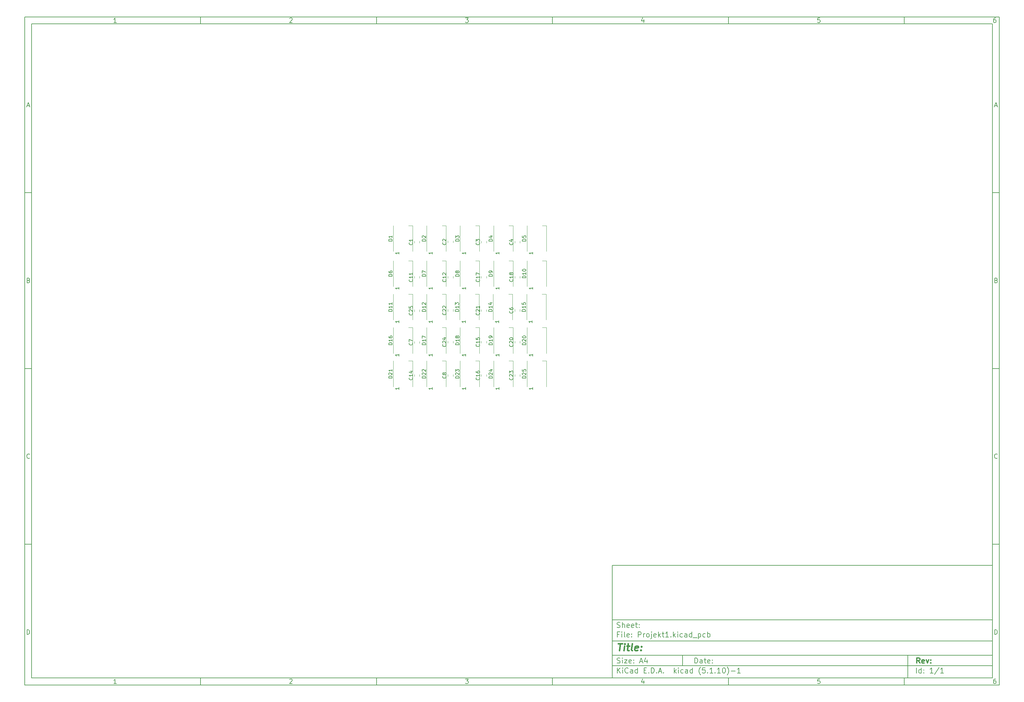
<source format=gbr>
%TF.GenerationSoftware,KiCad,Pcbnew,(5.1.10)-1*%
%TF.CreationDate,2021-11-12T10:13:00+01:00*%
%TF.ProjectId,Projekt1,50726f6a-656b-4743-912e-6b696361645f,rev?*%
%TF.SameCoordinates,Original*%
%TF.FileFunction,Legend,Top*%
%TF.FilePolarity,Positive*%
%FSLAX46Y46*%
G04 Gerber Fmt 4.6, Leading zero omitted, Abs format (unit mm)*
G04 Created by KiCad (PCBNEW (5.1.10)-1) date 2021-11-12 10:13:00*
%MOMM*%
%LPD*%
G01*
G04 APERTURE LIST*
%ADD10C,0.100000*%
%ADD11C,0.150000*%
%ADD12C,0.300000*%
%ADD13C,0.400000*%
%ADD14C,0.120000*%
G04 APERTURE END LIST*
D10*
D11*
X177002200Y-166007200D02*
X177002200Y-198007200D01*
X285002200Y-198007200D01*
X285002200Y-166007200D01*
X177002200Y-166007200D01*
D10*
D11*
X10000000Y-10000000D02*
X10000000Y-200007200D01*
X287002200Y-200007200D01*
X287002200Y-10000000D01*
X10000000Y-10000000D01*
D10*
D11*
X12000000Y-12000000D02*
X12000000Y-198007200D01*
X285002200Y-198007200D01*
X285002200Y-12000000D01*
X12000000Y-12000000D01*
D10*
D11*
X60000000Y-12000000D02*
X60000000Y-10000000D01*
D10*
D11*
X110000000Y-12000000D02*
X110000000Y-10000000D01*
D10*
D11*
X160000000Y-12000000D02*
X160000000Y-10000000D01*
D10*
D11*
X210000000Y-12000000D02*
X210000000Y-10000000D01*
D10*
D11*
X260000000Y-12000000D02*
X260000000Y-10000000D01*
D10*
D11*
X36065476Y-11588095D02*
X35322619Y-11588095D01*
X35694047Y-11588095D02*
X35694047Y-10288095D01*
X35570238Y-10473809D01*
X35446428Y-10597619D01*
X35322619Y-10659523D01*
D10*
D11*
X85322619Y-10411904D02*
X85384523Y-10350000D01*
X85508333Y-10288095D01*
X85817857Y-10288095D01*
X85941666Y-10350000D01*
X86003571Y-10411904D01*
X86065476Y-10535714D01*
X86065476Y-10659523D01*
X86003571Y-10845238D01*
X85260714Y-11588095D01*
X86065476Y-11588095D01*
D10*
D11*
X135260714Y-10288095D02*
X136065476Y-10288095D01*
X135632142Y-10783333D01*
X135817857Y-10783333D01*
X135941666Y-10845238D01*
X136003571Y-10907142D01*
X136065476Y-11030952D01*
X136065476Y-11340476D01*
X136003571Y-11464285D01*
X135941666Y-11526190D01*
X135817857Y-11588095D01*
X135446428Y-11588095D01*
X135322619Y-11526190D01*
X135260714Y-11464285D01*
D10*
D11*
X185941666Y-10721428D02*
X185941666Y-11588095D01*
X185632142Y-10226190D02*
X185322619Y-11154761D01*
X186127380Y-11154761D01*
D10*
D11*
X236003571Y-10288095D02*
X235384523Y-10288095D01*
X235322619Y-10907142D01*
X235384523Y-10845238D01*
X235508333Y-10783333D01*
X235817857Y-10783333D01*
X235941666Y-10845238D01*
X236003571Y-10907142D01*
X236065476Y-11030952D01*
X236065476Y-11340476D01*
X236003571Y-11464285D01*
X235941666Y-11526190D01*
X235817857Y-11588095D01*
X235508333Y-11588095D01*
X235384523Y-11526190D01*
X235322619Y-11464285D01*
D10*
D11*
X285941666Y-10288095D02*
X285694047Y-10288095D01*
X285570238Y-10350000D01*
X285508333Y-10411904D01*
X285384523Y-10597619D01*
X285322619Y-10845238D01*
X285322619Y-11340476D01*
X285384523Y-11464285D01*
X285446428Y-11526190D01*
X285570238Y-11588095D01*
X285817857Y-11588095D01*
X285941666Y-11526190D01*
X286003571Y-11464285D01*
X286065476Y-11340476D01*
X286065476Y-11030952D01*
X286003571Y-10907142D01*
X285941666Y-10845238D01*
X285817857Y-10783333D01*
X285570238Y-10783333D01*
X285446428Y-10845238D01*
X285384523Y-10907142D01*
X285322619Y-11030952D01*
D10*
D11*
X60000000Y-198007200D02*
X60000000Y-200007200D01*
D10*
D11*
X110000000Y-198007200D02*
X110000000Y-200007200D01*
D10*
D11*
X160000000Y-198007200D02*
X160000000Y-200007200D01*
D10*
D11*
X210000000Y-198007200D02*
X210000000Y-200007200D01*
D10*
D11*
X260000000Y-198007200D02*
X260000000Y-200007200D01*
D10*
D11*
X36065476Y-199595295D02*
X35322619Y-199595295D01*
X35694047Y-199595295D02*
X35694047Y-198295295D01*
X35570238Y-198481009D01*
X35446428Y-198604819D01*
X35322619Y-198666723D01*
D10*
D11*
X85322619Y-198419104D02*
X85384523Y-198357200D01*
X85508333Y-198295295D01*
X85817857Y-198295295D01*
X85941666Y-198357200D01*
X86003571Y-198419104D01*
X86065476Y-198542914D01*
X86065476Y-198666723D01*
X86003571Y-198852438D01*
X85260714Y-199595295D01*
X86065476Y-199595295D01*
D10*
D11*
X135260714Y-198295295D02*
X136065476Y-198295295D01*
X135632142Y-198790533D01*
X135817857Y-198790533D01*
X135941666Y-198852438D01*
X136003571Y-198914342D01*
X136065476Y-199038152D01*
X136065476Y-199347676D01*
X136003571Y-199471485D01*
X135941666Y-199533390D01*
X135817857Y-199595295D01*
X135446428Y-199595295D01*
X135322619Y-199533390D01*
X135260714Y-199471485D01*
D10*
D11*
X185941666Y-198728628D02*
X185941666Y-199595295D01*
X185632142Y-198233390D02*
X185322619Y-199161961D01*
X186127380Y-199161961D01*
D10*
D11*
X236003571Y-198295295D02*
X235384523Y-198295295D01*
X235322619Y-198914342D01*
X235384523Y-198852438D01*
X235508333Y-198790533D01*
X235817857Y-198790533D01*
X235941666Y-198852438D01*
X236003571Y-198914342D01*
X236065476Y-199038152D01*
X236065476Y-199347676D01*
X236003571Y-199471485D01*
X235941666Y-199533390D01*
X235817857Y-199595295D01*
X235508333Y-199595295D01*
X235384523Y-199533390D01*
X235322619Y-199471485D01*
D10*
D11*
X285941666Y-198295295D02*
X285694047Y-198295295D01*
X285570238Y-198357200D01*
X285508333Y-198419104D01*
X285384523Y-198604819D01*
X285322619Y-198852438D01*
X285322619Y-199347676D01*
X285384523Y-199471485D01*
X285446428Y-199533390D01*
X285570238Y-199595295D01*
X285817857Y-199595295D01*
X285941666Y-199533390D01*
X286003571Y-199471485D01*
X286065476Y-199347676D01*
X286065476Y-199038152D01*
X286003571Y-198914342D01*
X285941666Y-198852438D01*
X285817857Y-198790533D01*
X285570238Y-198790533D01*
X285446428Y-198852438D01*
X285384523Y-198914342D01*
X285322619Y-199038152D01*
D10*
D11*
X10000000Y-60000000D02*
X12000000Y-60000000D01*
D10*
D11*
X10000000Y-110000000D02*
X12000000Y-110000000D01*
D10*
D11*
X10000000Y-160000000D02*
X12000000Y-160000000D01*
D10*
D11*
X10690476Y-35216666D02*
X11309523Y-35216666D01*
X10566666Y-35588095D02*
X11000000Y-34288095D01*
X11433333Y-35588095D01*
D10*
D11*
X11092857Y-84907142D02*
X11278571Y-84969047D01*
X11340476Y-85030952D01*
X11402380Y-85154761D01*
X11402380Y-85340476D01*
X11340476Y-85464285D01*
X11278571Y-85526190D01*
X11154761Y-85588095D01*
X10659523Y-85588095D01*
X10659523Y-84288095D01*
X11092857Y-84288095D01*
X11216666Y-84350000D01*
X11278571Y-84411904D01*
X11340476Y-84535714D01*
X11340476Y-84659523D01*
X11278571Y-84783333D01*
X11216666Y-84845238D01*
X11092857Y-84907142D01*
X10659523Y-84907142D01*
D10*
D11*
X11402380Y-135464285D02*
X11340476Y-135526190D01*
X11154761Y-135588095D01*
X11030952Y-135588095D01*
X10845238Y-135526190D01*
X10721428Y-135402380D01*
X10659523Y-135278571D01*
X10597619Y-135030952D01*
X10597619Y-134845238D01*
X10659523Y-134597619D01*
X10721428Y-134473809D01*
X10845238Y-134350000D01*
X11030952Y-134288095D01*
X11154761Y-134288095D01*
X11340476Y-134350000D01*
X11402380Y-134411904D01*
D10*
D11*
X10659523Y-185588095D02*
X10659523Y-184288095D01*
X10969047Y-184288095D01*
X11154761Y-184350000D01*
X11278571Y-184473809D01*
X11340476Y-184597619D01*
X11402380Y-184845238D01*
X11402380Y-185030952D01*
X11340476Y-185278571D01*
X11278571Y-185402380D01*
X11154761Y-185526190D01*
X10969047Y-185588095D01*
X10659523Y-185588095D01*
D10*
D11*
X287002200Y-60000000D02*
X285002200Y-60000000D01*
D10*
D11*
X287002200Y-110000000D02*
X285002200Y-110000000D01*
D10*
D11*
X287002200Y-160000000D02*
X285002200Y-160000000D01*
D10*
D11*
X285692676Y-35216666D02*
X286311723Y-35216666D01*
X285568866Y-35588095D02*
X286002200Y-34288095D01*
X286435533Y-35588095D01*
D10*
D11*
X286095057Y-84907142D02*
X286280771Y-84969047D01*
X286342676Y-85030952D01*
X286404580Y-85154761D01*
X286404580Y-85340476D01*
X286342676Y-85464285D01*
X286280771Y-85526190D01*
X286156961Y-85588095D01*
X285661723Y-85588095D01*
X285661723Y-84288095D01*
X286095057Y-84288095D01*
X286218866Y-84350000D01*
X286280771Y-84411904D01*
X286342676Y-84535714D01*
X286342676Y-84659523D01*
X286280771Y-84783333D01*
X286218866Y-84845238D01*
X286095057Y-84907142D01*
X285661723Y-84907142D01*
D10*
D11*
X286404580Y-135464285D02*
X286342676Y-135526190D01*
X286156961Y-135588095D01*
X286033152Y-135588095D01*
X285847438Y-135526190D01*
X285723628Y-135402380D01*
X285661723Y-135278571D01*
X285599819Y-135030952D01*
X285599819Y-134845238D01*
X285661723Y-134597619D01*
X285723628Y-134473809D01*
X285847438Y-134350000D01*
X286033152Y-134288095D01*
X286156961Y-134288095D01*
X286342676Y-134350000D01*
X286404580Y-134411904D01*
D10*
D11*
X285661723Y-185588095D02*
X285661723Y-184288095D01*
X285971247Y-184288095D01*
X286156961Y-184350000D01*
X286280771Y-184473809D01*
X286342676Y-184597619D01*
X286404580Y-184845238D01*
X286404580Y-185030952D01*
X286342676Y-185278571D01*
X286280771Y-185402380D01*
X286156961Y-185526190D01*
X285971247Y-185588095D01*
X285661723Y-185588095D01*
D10*
D11*
X200434342Y-193785771D02*
X200434342Y-192285771D01*
X200791485Y-192285771D01*
X201005771Y-192357200D01*
X201148628Y-192500057D01*
X201220057Y-192642914D01*
X201291485Y-192928628D01*
X201291485Y-193142914D01*
X201220057Y-193428628D01*
X201148628Y-193571485D01*
X201005771Y-193714342D01*
X200791485Y-193785771D01*
X200434342Y-193785771D01*
X202577200Y-193785771D02*
X202577200Y-193000057D01*
X202505771Y-192857200D01*
X202362914Y-192785771D01*
X202077200Y-192785771D01*
X201934342Y-192857200D01*
X202577200Y-193714342D02*
X202434342Y-193785771D01*
X202077200Y-193785771D01*
X201934342Y-193714342D01*
X201862914Y-193571485D01*
X201862914Y-193428628D01*
X201934342Y-193285771D01*
X202077200Y-193214342D01*
X202434342Y-193214342D01*
X202577200Y-193142914D01*
X203077200Y-192785771D02*
X203648628Y-192785771D01*
X203291485Y-192285771D02*
X203291485Y-193571485D01*
X203362914Y-193714342D01*
X203505771Y-193785771D01*
X203648628Y-193785771D01*
X204720057Y-193714342D02*
X204577200Y-193785771D01*
X204291485Y-193785771D01*
X204148628Y-193714342D01*
X204077200Y-193571485D01*
X204077200Y-193000057D01*
X204148628Y-192857200D01*
X204291485Y-192785771D01*
X204577200Y-192785771D01*
X204720057Y-192857200D01*
X204791485Y-193000057D01*
X204791485Y-193142914D01*
X204077200Y-193285771D01*
X205434342Y-193642914D02*
X205505771Y-193714342D01*
X205434342Y-193785771D01*
X205362914Y-193714342D01*
X205434342Y-193642914D01*
X205434342Y-193785771D01*
X205434342Y-192857200D02*
X205505771Y-192928628D01*
X205434342Y-193000057D01*
X205362914Y-192928628D01*
X205434342Y-192857200D01*
X205434342Y-193000057D01*
D10*
D11*
X177002200Y-194507200D02*
X285002200Y-194507200D01*
D10*
D11*
X178434342Y-196585771D02*
X178434342Y-195085771D01*
X179291485Y-196585771D02*
X178648628Y-195728628D01*
X179291485Y-195085771D02*
X178434342Y-195942914D01*
X179934342Y-196585771D02*
X179934342Y-195585771D01*
X179934342Y-195085771D02*
X179862914Y-195157200D01*
X179934342Y-195228628D01*
X180005771Y-195157200D01*
X179934342Y-195085771D01*
X179934342Y-195228628D01*
X181505771Y-196442914D02*
X181434342Y-196514342D01*
X181220057Y-196585771D01*
X181077200Y-196585771D01*
X180862914Y-196514342D01*
X180720057Y-196371485D01*
X180648628Y-196228628D01*
X180577200Y-195942914D01*
X180577200Y-195728628D01*
X180648628Y-195442914D01*
X180720057Y-195300057D01*
X180862914Y-195157200D01*
X181077200Y-195085771D01*
X181220057Y-195085771D01*
X181434342Y-195157200D01*
X181505771Y-195228628D01*
X182791485Y-196585771D02*
X182791485Y-195800057D01*
X182720057Y-195657200D01*
X182577200Y-195585771D01*
X182291485Y-195585771D01*
X182148628Y-195657200D01*
X182791485Y-196514342D02*
X182648628Y-196585771D01*
X182291485Y-196585771D01*
X182148628Y-196514342D01*
X182077200Y-196371485D01*
X182077200Y-196228628D01*
X182148628Y-196085771D01*
X182291485Y-196014342D01*
X182648628Y-196014342D01*
X182791485Y-195942914D01*
X184148628Y-196585771D02*
X184148628Y-195085771D01*
X184148628Y-196514342D02*
X184005771Y-196585771D01*
X183720057Y-196585771D01*
X183577200Y-196514342D01*
X183505771Y-196442914D01*
X183434342Y-196300057D01*
X183434342Y-195871485D01*
X183505771Y-195728628D01*
X183577200Y-195657200D01*
X183720057Y-195585771D01*
X184005771Y-195585771D01*
X184148628Y-195657200D01*
X186005771Y-195800057D02*
X186505771Y-195800057D01*
X186720057Y-196585771D02*
X186005771Y-196585771D01*
X186005771Y-195085771D01*
X186720057Y-195085771D01*
X187362914Y-196442914D02*
X187434342Y-196514342D01*
X187362914Y-196585771D01*
X187291485Y-196514342D01*
X187362914Y-196442914D01*
X187362914Y-196585771D01*
X188077200Y-196585771D02*
X188077200Y-195085771D01*
X188434342Y-195085771D01*
X188648628Y-195157200D01*
X188791485Y-195300057D01*
X188862914Y-195442914D01*
X188934342Y-195728628D01*
X188934342Y-195942914D01*
X188862914Y-196228628D01*
X188791485Y-196371485D01*
X188648628Y-196514342D01*
X188434342Y-196585771D01*
X188077200Y-196585771D01*
X189577200Y-196442914D02*
X189648628Y-196514342D01*
X189577200Y-196585771D01*
X189505771Y-196514342D01*
X189577200Y-196442914D01*
X189577200Y-196585771D01*
X190220057Y-196157200D02*
X190934342Y-196157200D01*
X190077200Y-196585771D02*
X190577200Y-195085771D01*
X191077200Y-196585771D01*
X191577200Y-196442914D02*
X191648628Y-196514342D01*
X191577200Y-196585771D01*
X191505771Y-196514342D01*
X191577200Y-196442914D01*
X191577200Y-196585771D01*
X194577200Y-196585771D02*
X194577200Y-195085771D01*
X194720057Y-196014342D02*
X195148628Y-196585771D01*
X195148628Y-195585771D02*
X194577200Y-196157200D01*
X195791485Y-196585771D02*
X195791485Y-195585771D01*
X195791485Y-195085771D02*
X195720057Y-195157200D01*
X195791485Y-195228628D01*
X195862914Y-195157200D01*
X195791485Y-195085771D01*
X195791485Y-195228628D01*
X197148628Y-196514342D02*
X197005771Y-196585771D01*
X196720057Y-196585771D01*
X196577200Y-196514342D01*
X196505771Y-196442914D01*
X196434342Y-196300057D01*
X196434342Y-195871485D01*
X196505771Y-195728628D01*
X196577200Y-195657200D01*
X196720057Y-195585771D01*
X197005771Y-195585771D01*
X197148628Y-195657200D01*
X198434342Y-196585771D02*
X198434342Y-195800057D01*
X198362914Y-195657200D01*
X198220057Y-195585771D01*
X197934342Y-195585771D01*
X197791485Y-195657200D01*
X198434342Y-196514342D02*
X198291485Y-196585771D01*
X197934342Y-196585771D01*
X197791485Y-196514342D01*
X197720057Y-196371485D01*
X197720057Y-196228628D01*
X197791485Y-196085771D01*
X197934342Y-196014342D01*
X198291485Y-196014342D01*
X198434342Y-195942914D01*
X199791485Y-196585771D02*
X199791485Y-195085771D01*
X199791485Y-196514342D02*
X199648628Y-196585771D01*
X199362914Y-196585771D01*
X199220057Y-196514342D01*
X199148628Y-196442914D01*
X199077200Y-196300057D01*
X199077200Y-195871485D01*
X199148628Y-195728628D01*
X199220057Y-195657200D01*
X199362914Y-195585771D01*
X199648628Y-195585771D01*
X199791485Y-195657200D01*
X202077200Y-197157200D02*
X202005771Y-197085771D01*
X201862914Y-196871485D01*
X201791485Y-196728628D01*
X201720057Y-196514342D01*
X201648628Y-196157200D01*
X201648628Y-195871485D01*
X201720057Y-195514342D01*
X201791485Y-195300057D01*
X201862914Y-195157200D01*
X202005771Y-194942914D01*
X202077200Y-194871485D01*
X203362914Y-195085771D02*
X202648628Y-195085771D01*
X202577200Y-195800057D01*
X202648628Y-195728628D01*
X202791485Y-195657200D01*
X203148628Y-195657200D01*
X203291485Y-195728628D01*
X203362914Y-195800057D01*
X203434342Y-195942914D01*
X203434342Y-196300057D01*
X203362914Y-196442914D01*
X203291485Y-196514342D01*
X203148628Y-196585771D01*
X202791485Y-196585771D01*
X202648628Y-196514342D01*
X202577200Y-196442914D01*
X204077200Y-196442914D02*
X204148628Y-196514342D01*
X204077200Y-196585771D01*
X204005771Y-196514342D01*
X204077200Y-196442914D01*
X204077200Y-196585771D01*
X205577200Y-196585771D02*
X204720057Y-196585771D01*
X205148628Y-196585771D02*
X205148628Y-195085771D01*
X205005771Y-195300057D01*
X204862914Y-195442914D01*
X204720057Y-195514342D01*
X206220057Y-196442914D02*
X206291485Y-196514342D01*
X206220057Y-196585771D01*
X206148628Y-196514342D01*
X206220057Y-196442914D01*
X206220057Y-196585771D01*
X207720057Y-196585771D02*
X206862914Y-196585771D01*
X207291485Y-196585771D02*
X207291485Y-195085771D01*
X207148628Y-195300057D01*
X207005771Y-195442914D01*
X206862914Y-195514342D01*
X208648628Y-195085771D02*
X208791485Y-195085771D01*
X208934342Y-195157200D01*
X209005771Y-195228628D01*
X209077200Y-195371485D01*
X209148628Y-195657200D01*
X209148628Y-196014342D01*
X209077200Y-196300057D01*
X209005771Y-196442914D01*
X208934342Y-196514342D01*
X208791485Y-196585771D01*
X208648628Y-196585771D01*
X208505771Y-196514342D01*
X208434342Y-196442914D01*
X208362914Y-196300057D01*
X208291485Y-196014342D01*
X208291485Y-195657200D01*
X208362914Y-195371485D01*
X208434342Y-195228628D01*
X208505771Y-195157200D01*
X208648628Y-195085771D01*
X209648628Y-197157200D02*
X209720057Y-197085771D01*
X209862914Y-196871485D01*
X209934342Y-196728628D01*
X210005771Y-196514342D01*
X210077200Y-196157200D01*
X210077200Y-195871485D01*
X210005771Y-195514342D01*
X209934342Y-195300057D01*
X209862914Y-195157200D01*
X209720057Y-194942914D01*
X209648628Y-194871485D01*
X210791485Y-196014342D02*
X211934342Y-196014342D01*
X213434342Y-196585771D02*
X212577200Y-196585771D01*
X213005771Y-196585771D02*
X213005771Y-195085771D01*
X212862914Y-195300057D01*
X212720057Y-195442914D01*
X212577200Y-195514342D01*
D10*
D11*
X177002200Y-191507200D02*
X285002200Y-191507200D01*
D10*
D12*
X264411485Y-193785771D02*
X263911485Y-193071485D01*
X263554342Y-193785771D02*
X263554342Y-192285771D01*
X264125771Y-192285771D01*
X264268628Y-192357200D01*
X264340057Y-192428628D01*
X264411485Y-192571485D01*
X264411485Y-192785771D01*
X264340057Y-192928628D01*
X264268628Y-193000057D01*
X264125771Y-193071485D01*
X263554342Y-193071485D01*
X265625771Y-193714342D02*
X265482914Y-193785771D01*
X265197200Y-193785771D01*
X265054342Y-193714342D01*
X264982914Y-193571485D01*
X264982914Y-193000057D01*
X265054342Y-192857200D01*
X265197200Y-192785771D01*
X265482914Y-192785771D01*
X265625771Y-192857200D01*
X265697200Y-193000057D01*
X265697200Y-193142914D01*
X264982914Y-193285771D01*
X266197200Y-192785771D02*
X266554342Y-193785771D01*
X266911485Y-192785771D01*
X267482914Y-193642914D02*
X267554342Y-193714342D01*
X267482914Y-193785771D01*
X267411485Y-193714342D01*
X267482914Y-193642914D01*
X267482914Y-193785771D01*
X267482914Y-192857200D02*
X267554342Y-192928628D01*
X267482914Y-193000057D01*
X267411485Y-192928628D01*
X267482914Y-192857200D01*
X267482914Y-193000057D01*
D10*
D11*
X178362914Y-193714342D02*
X178577200Y-193785771D01*
X178934342Y-193785771D01*
X179077200Y-193714342D01*
X179148628Y-193642914D01*
X179220057Y-193500057D01*
X179220057Y-193357200D01*
X179148628Y-193214342D01*
X179077200Y-193142914D01*
X178934342Y-193071485D01*
X178648628Y-193000057D01*
X178505771Y-192928628D01*
X178434342Y-192857200D01*
X178362914Y-192714342D01*
X178362914Y-192571485D01*
X178434342Y-192428628D01*
X178505771Y-192357200D01*
X178648628Y-192285771D01*
X179005771Y-192285771D01*
X179220057Y-192357200D01*
X179862914Y-193785771D02*
X179862914Y-192785771D01*
X179862914Y-192285771D02*
X179791485Y-192357200D01*
X179862914Y-192428628D01*
X179934342Y-192357200D01*
X179862914Y-192285771D01*
X179862914Y-192428628D01*
X180434342Y-192785771D02*
X181220057Y-192785771D01*
X180434342Y-193785771D01*
X181220057Y-193785771D01*
X182362914Y-193714342D02*
X182220057Y-193785771D01*
X181934342Y-193785771D01*
X181791485Y-193714342D01*
X181720057Y-193571485D01*
X181720057Y-193000057D01*
X181791485Y-192857200D01*
X181934342Y-192785771D01*
X182220057Y-192785771D01*
X182362914Y-192857200D01*
X182434342Y-193000057D01*
X182434342Y-193142914D01*
X181720057Y-193285771D01*
X183077200Y-193642914D02*
X183148628Y-193714342D01*
X183077200Y-193785771D01*
X183005771Y-193714342D01*
X183077200Y-193642914D01*
X183077200Y-193785771D01*
X183077200Y-192857200D02*
X183148628Y-192928628D01*
X183077200Y-193000057D01*
X183005771Y-192928628D01*
X183077200Y-192857200D01*
X183077200Y-193000057D01*
X184862914Y-193357200D02*
X185577200Y-193357200D01*
X184720057Y-193785771D02*
X185220057Y-192285771D01*
X185720057Y-193785771D01*
X186862914Y-192785771D02*
X186862914Y-193785771D01*
X186505771Y-192214342D02*
X186148628Y-193285771D01*
X187077200Y-193285771D01*
D10*
D11*
X263434342Y-196585771D02*
X263434342Y-195085771D01*
X264791485Y-196585771D02*
X264791485Y-195085771D01*
X264791485Y-196514342D02*
X264648628Y-196585771D01*
X264362914Y-196585771D01*
X264220057Y-196514342D01*
X264148628Y-196442914D01*
X264077200Y-196300057D01*
X264077200Y-195871485D01*
X264148628Y-195728628D01*
X264220057Y-195657200D01*
X264362914Y-195585771D01*
X264648628Y-195585771D01*
X264791485Y-195657200D01*
X265505771Y-196442914D02*
X265577200Y-196514342D01*
X265505771Y-196585771D01*
X265434342Y-196514342D01*
X265505771Y-196442914D01*
X265505771Y-196585771D01*
X265505771Y-195657200D02*
X265577200Y-195728628D01*
X265505771Y-195800057D01*
X265434342Y-195728628D01*
X265505771Y-195657200D01*
X265505771Y-195800057D01*
X268148628Y-196585771D02*
X267291485Y-196585771D01*
X267720057Y-196585771D02*
X267720057Y-195085771D01*
X267577200Y-195300057D01*
X267434342Y-195442914D01*
X267291485Y-195514342D01*
X269862914Y-195014342D02*
X268577200Y-196942914D01*
X271148628Y-196585771D02*
X270291485Y-196585771D01*
X270720057Y-196585771D02*
X270720057Y-195085771D01*
X270577200Y-195300057D01*
X270434342Y-195442914D01*
X270291485Y-195514342D01*
D10*
D11*
X177002200Y-187507200D02*
X285002200Y-187507200D01*
D10*
D13*
X178714580Y-188211961D02*
X179857438Y-188211961D01*
X179036009Y-190211961D02*
X179286009Y-188211961D01*
X180274104Y-190211961D02*
X180440771Y-188878628D01*
X180524104Y-188211961D02*
X180416961Y-188307200D01*
X180500295Y-188402438D01*
X180607438Y-188307200D01*
X180524104Y-188211961D01*
X180500295Y-188402438D01*
X181107438Y-188878628D02*
X181869342Y-188878628D01*
X181476485Y-188211961D02*
X181262200Y-189926247D01*
X181333628Y-190116723D01*
X181512200Y-190211961D01*
X181702676Y-190211961D01*
X182655057Y-190211961D02*
X182476485Y-190116723D01*
X182405057Y-189926247D01*
X182619342Y-188211961D01*
X184190771Y-190116723D02*
X183988390Y-190211961D01*
X183607438Y-190211961D01*
X183428866Y-190116723D01*
X183357438Y-189926247D01*
X183452676Y-189164342D01*
X183571723Y-188973866D01*
X183774104Y-188878628D01*
X184155057Y-188878628D01*
X184333628Y-188973866D01*
X184405057Y-189164342D01*
X184381247Y-189354819D01*
X183405057Y-189545295D01*
X185155057Y-190021485D02*
X185238390Y-190116723D01*
X185131247Y-190211961D01*
X185047914Y-190116723D01*
X185155057Y-190021485D01*
X185131247Y-190211961D01*
X185286009Y-188973866D02*
X185369342Y-189069104D01*
X185262200Y-189164342D01*
X185178866Y-189069104D01*
X185286009Y-188973866D01*
X185262200Y-189164342D01*
D10*
D11*
X178934342Y-185600057D02*
X178434342Y-185600057D01*
X178434342Y-186385771D02*
X178434342Y-184885771D01*
X179148628Y-184885771D01*
X179720057Y-186385771D02*
X179720057Y-185385771D01*
X179720057Y-184885771D02*
X179648628Y-184957200D01*
X179720057Y-185028628D01*
X179791485Y-184957200D01*
X179720057Y-184885771D01*
X179720057Y-185028628D01*
X180648628Y-186385771D02*
X180505771Y-186314342D01*
X180434342Y-186171485D01*
X180434342Y-184885771D01*
X181791485Y-186314342D02*
X181648628Y-186385771D01*
X181362914Y-186385771D01*
X181220057Y-186314342D01*
X181148628Y-186171485D01*
X181148628Y-185600057D01*
X181220057Y-185457200D01*
X181362914Y-185385771D01*
X181648628Y-185385771D01*
X181791485Y-185457200D01*
X181862914Y-185600057D01*
X181862914Y-185742914D01*
X181148628Y-185885771D01*
X182505771Y-186242914D02*
X182577200Y-186314342D01*
X182505771Y-186385771D01*
X182434342Y-186314342D01*
X182505771Y-186242914D01*
X182505771Y-186385771D01*
X182505771Y-185457200D02*
X182577200Y-185528628D01*
X182505771Y-185600057D01*
X182434342Y-185528628D01*
X182505771Y-185457200D01*
X182505771Y-185600057D01*
X184362914Y-186385771D02*
X184362914Y-184885771D01*
X184934342Y-184885771D01*
X185077200Y-184957200D01*
X185148628Y-185028628D01*
X185220057Y-185171485D01*
X185220057Y-185385771D01*
X185148628Y-185528628D01*
X185077200Y-185600057D01*
X184934342Y-185671485D01*
X184362914Y-185671485D01*
X185862914Y-186385771D02*
X185862914Y-185385771D01*
X185862914Y-185671485D02*
X185934342Y-185528628D01*
X186005771Y-185457200D01*
X186148628Y-185385771D01*
X186291485Y-185385771D01*
X187005771Y-186385771D02*
X186862914Y-186314342D01*
X186791485Y-186242914D01*
X186720057Y-186100057D01*
X186720057Y-185671485D01*
X186791485Y-185528628D01*
X186862914Y-185457200D01*
X187005771Y-185385771D01*
X187220057Y-185385771D01*
X187362914Y-185457200D01*
X187434342Y-185528628D01*
X187505771Y-185671485D01*
X187505771Y-186100057D01*
X187434342Y-186242914D01*
X187362914Y-186314342D01*
X187220057Y-186385771D01*
X187005771Y-186385771D01*
X188148628Y-185385771D02*
X188148628Y-186671485D01*
X188077200Y-186814342D01*
X187934342Y-186885771D01*
X187862914Y-186885771D01*
X188148628Y-184885771D02*
X188077200Y-184957200D01*
X188148628Y-185028628D01*
X188220057Y-184957200D01*
X188148628Y-184885771D01*
X188148628Y-185028628D01*
X189434342Y-186314342D02*
X189291485Y-186385771D01*
X189005771Y-186385771D01*
X188862914Y-186314342D01*
X188791485Y-186171485D01*
X188791485Y-185600057D01*
X188862914Y-185457200D01*
X189005771Y-185385771D01*
X189291485Y-185385771D01*
X189434342Y-185457200D01*
X189505771Y-185600057D01*
X189505771Y-185742914D01*
X188791485Y-185885771D01*
X190148628Y-186385771D02*
X190148628Y-184885771D01*
X190291485Y-185814342D02*
X190720057Y-186385771D01*
X190720057Y-185385771D02*
X190148628Y-185957200D01*
X191148628Y-185385771D02*
X191720057Y-185385771D01*
X191362914Y-184885771D02*
X191362914Y-186171485D01*
X191434342Y-186314342D01*
X191577200Y-186385771D01*
X191720057Y-186385771D01*
X193005771Y-186385771D02*
X192148628Y-186385771D01*
X192577200Y-186385771D02*
X192577200Y-184885771D01*
X192434342Y-185100057D01*
X192291485Y-185242914D01*
X192148628Y-185314342D01*
X193648628Y-186242914D02*
X193720057Y-186314342D01*
X193648628Y-186385771D01*
X193577200Y-186314342D01*
X193648628Y-186242914D01*
X193648628Y-186385771D01*
X194362914Y-186385771D02*
X194362914Y-184885771D01*
X194505771Y-185814342D02*
X194934342Y-186385771D01*
X194934342Y-185385771D02*
X194362914Y-185957200D01*
X195577200Y-186385771D02*
X195577200Y-185385771D01*
X195577200Y-184885771D02*
X195505771Y-184957200D01*
X195577200Y-185028628D01*
X195648628Y-184957200D01*
X195577200Y-184885771D01*
X195577200Y-185028628D01*
X196934342Y-186314342D02*
X196791485Y-186385771D01*
X196505771Y-186385771D01*
X196362914Y-186314342D01*
X196291485Y-186242914D01*
X196220057Y-186100057D01*
X196220057Y-185671485D01*
X196291485Y-185528628D01*
X196362914Y-185457200D01*
X196505771Y-185385771D01*
X196791485Y-185385771D01*
X196934342Y-185457200D01*
X198220057Y-186385771D02*
X198220057Y-185600057D01*
X198148628Y-185457200D01*
X198005771Y-185385771D01*
X197720057Y-185385771D01*
X197577200Y-185457200D01*
X198220057Y-186314342D02*
X198077200Y-186385771D01*
X197720057Y-186385771D01*
X197577200Y-186314342D01*
X197505771Y-186171485D01*
X197505771Y-186028628D01*
X197577200Y-185885771D01*
X197720057Y-185814342D01*
X198077200Y-185814342D01*
X198220057Y-185742914D01*
X199577200Y-186385771D02*
X199577200Y-184885771D01*
X199577200Y-186314342D02*
X199434342Y-186385771D01*
X199148628Y-186385771D01*
X199005771Y-186314342D01*
X198934342Y-186242914D01*
X198862914Y-186100057D01*
X198862914Y-185671485D01*
X198934342Y-185528628D01*
X199005771Y-185457200D01*
X199148628Y-185385771D01*
X199434342Y-185385771D01*
X199577200Y-185457200D01*
X199934342Y-186528628D02*
X201077200Y-186528628D01*
X201434342Y-185385771D02*
X201434342Y-186885771D01*
X201434342Y-185457200D02*
X201577200Y-185385771D01*
X201862914Y-185385771D01*
X202005771Y-185457200D01*
X202077200Y-185528628D01*
X202148628Y-185671485D01*
X202148628Y-186100057D01*
X202077200Y-186242914D01*
X202005771Y-186314342D01*
X201862914Y-186385771D01*
X201577200Y-186385771D01*
X201434342Y-186314342D01*
X203434342Y-186314342D02*
X203291485Y-186385771D01*
X203005771Y-186385771D01*
X202862914Y-186314342D01*
X202791485Y-186242914D01*
X202720057Y-186100057D01*
X202720057Y-185671485D01*
X202791485Y-185528628D01*
X202862914Y-185457200D01*
X203005771Y-185385771D01*
X203291485Y-185385771D01*
X203434342Y-185457200D01*
X204077200Y-186385771D02*
X204077200Y-184885771D01*
X204077200Y-185457200D02*
X204220057Y-185385771D01*
X204505771Y-185385771D01*
X204648628Y-185457200D01*
X204720057Y-185528628D01*
X204791485Y-185671485D01*
X204791485Y-186100057D01*
X204720057Y-186242914D01*
X204648628Y-186314342D01*
X204505771Y-186385771D01*
X204220057Y-186385771D01*
X204077200Y-186314342D01*
D10*
D11*
X177002200Y-181507200D02*
X285002200Y-181507200D01*
D10*
D11*
X178362914Y-183614342D02*
X178577200Y-183685771D01*
X178934342Y-183685771D01*
X179077200Y-183614342D01*
X179148628Y-183542914D01*
X179220057Y-183400057D01*
X179220057Y-183257200D01*
X179148628Y-183114342D01*
X179077200Y-183042914D01*
X178934342Y-182971485D01*
X178648628Y-182900057D01*
X178505771Y-182828628D01*
X178434342Y-182757200D01*
X178362914Y-182614342D01*
X178362914Y-182471485D01*
X178434342Y-182328628D01*
X178505771Y-182257200D01*
X178648628Y-182185771D01*
X179005771Y-182185771D01*
X179220057Y-182257200D01*
X179862914Y-183685771D02*
X179862914Y-182185771D01*
X180505771Y-183685771D02*
X180505771Y-182900057D01*
X180434342Y-182757200D01*
X180291485Y-182685771D01*
X180077200Y-182685771D01*
X179934342Y-182757200D01*
X179862914Y-182828628D01*
X181791485Y-183614342D02*
X181648628Y-183685771D01*
X181362914Y-183685771D01*
X181220057Y-183614342D01*
X181148628Y-183471485D01*
X181148628Y-182900057D01*
X181220057Y-182757200D01*
X181362914Y-182685771D01*
X181648628Y-182685771D01*
X181791485Y-182757200D01*
X181862914Y-182900057D01*
X181862914Y-183042914D01*
X181148628Y-183185771D01*
X183077200Y-183614342D02*
X182934342Y-183685771D01*
X182648628Y-183685771D01*
X182505771Y-183614342D01*
X182434342Y-183471485D01*
X182434342Y-182900057D01*
X182505771Y-182757200D01*
X182648628Y-182685771D01*
X182934342Y-182685771D01*
X183077200Y-182757200D01*
X183148628Y-182900057D01*
X183148628Y-183042914D01*
X182434342Y-183185771D01*
X183577200Y-182685771D02*
X184148628Y-182685771D01*
X183791485Y-182185771D02*
X183791485Y-183471485D01*
X183862914Y-183614342D01*
X184005771Y-183685771D01*
X184148628Y-183685771D01*
X184648628Y-183542914D02*
X184720057Y-183614342D01*
X184648628Y-183685771D01*
X184577200Y-183614342D01*
X184648628Y-183542914D01*
X184648628Y-183685771D01*
X184648628Y-182757200D02*
X184720057Y-182828628D01*
X184648628Y-182900057D01*
X184577200Y-182828628D01*
X184648628Y-182757200D01*
X184648628Y-182900057D01*
D10*
D11*
X197002200Y-191507200D02*
X197002200Y-194507200D01*
D10*
D11*
X261002200Y-191507200D02*
X261002200Y-198007200D01*
D14*
%TO.C,D24*%
X143250000Y-115150000D02*
X143250000Y-107850000D01*
X148750000Y-115150000D02*
X148750000Y-107850000D01*
X148750000Y-107850000D02*
X147600000Y-107850000D01*
%TO.C,D23*%
X133750000Y-115150000D02*
X133750000Y-107850000D01*
X139250000Y-115150000D02*
X139250000Y-107850000D01*
X139250000Y-107850000D02*
X138100000Y-107850000D01*
%TO.C,D22*%
X124250000Y-115150000D02*
X124250000Y-107850000D01*
X129750000Y-115150000D02*
X129750000Y-107850000D01*
X129750000Y-107850000D02*
X128600000Y-107850000D01*
%TO.C,D21*%
X114750000Y-115150000D02*
X114750000Y-107850000D01*
X120250000Y-115150000D02*
X120250000Y-107850000D01*
X120250000Y-107850000D02*
X119100000Y-107850000D01*
%TO.C,D16*%
X114750000Y-105650000D02*
X114750000Y-98350000D01*
X120250000Y-105650000D02*
X120250000Y-98350000D01*
X120250000Y-98350000D02*
X119100000Y-98350000D01*
%TO.C,D15*%
X152650000Y-96150000D02*
X152650000Y-88850000D01*
X158150000Y-96150000D02*
X158150000Y-88850000D01*
X158150000Y-88850000D02*
X157000000Y-88850000D01*
%TO.C,D14*%
X143150000Y-96150000D02*
X143150000Y-88850000D01*
X148650000Y-96150000D02*
X148650000Y-88850000D01*
X148650000Y-88850000D02*
X147500000Y-88850000D01*
%TO.C,D13*%
X133650000Y-96150000D02*
X133650000Y-88850000D01*
X139150000Y-96150000D02*
X139150000Y-88850000D01*
X139150000Y-88850000D02*
X138000000Y-88850000D01*
%TO.C,D8*%
X133750000Y-86650000D02*
X133750000Y-79350000D01*
X139250000Y-86650000D02*
X139250000Y-79350000D01*
X139250000Y-79350000D02*
X138100000Y-79350000D01*
%TO.C,D7*%
X124250000Y-86650000D02*
X124250000Y-79350000D01*
X129750000Y-86650000D02*
X129750000Y-79350000D01*
X129750000Y-79350000D02*
X128600000Y-79350000D01*
%TO.C,D6*%
X114750000Y-86650000D02*
X114750000Y-79350000D01*
X120250000Y-86650000D02*
X120250000Y-79350000D01*
X120250000Y-79350000D02*
X119100000Y-79350000D01*
%TO.C,D5*%
X152750000Y-76650000D02*
X152750000Y-69350000D01*
X158250000Y-76650000D02*
X158250000Y-69350000D01*
X158250000Y-69350000D02*
X157100000Y-69350000D01*
%TO.C,C24*%
X130265000Y-102723752D02*
X130265000Y-102201248D01*
X131735000Y-102723752D02*
X131735000Y-102201248D01*
%TO.C,C23*%
X149265000Y-112223752D02*
X149265000Y-111701248D01*
X150735000Y-112223752D02*
X150735000Y-111701248D01*
%TO.C,C22*%
X130265000Y-93723752D02*
X130265000Y-93201248D01*
X131735000Y-93723752D02*
X131735000Y-93201248D01*
%TO.C,C21*%
X139765000Y-93761252D02*
X139765000Y-93238748D01*
X141235000Y-93761252D02*
X141235000Y-93238748D01*
%TO.C,C16*%
X139765000Y-112223752D02*
X139765000Y-111701248D01*
X141235000Y-112223752D02*
X141235000Y-111701248D01*
%TO.C,C15*%
X139765000Y-102723752D02*
X139765000Y-102201248D01*
X141235000Y-102723752D02*
X141235000Y-102201248D01*
%TO.C,C14*%
X120765000Y-112223752D02*
X120765000Y-111701248D01*
X122235000Y-112223752D02*
X122235000Y-111701248D01*
%TO.C,C8*%
X130265000Y-112223752D02*
X130265000Y-111701248D01*
X131735000Y-112223752D02*
X131735000Y-111701248D01*
%TO.C,C7*%
X120765000Y-102798752D02*
X120765000Y-102276248D01*
X122235000Y-102798752D02*
X122235000Y-102276248D01*
%TO.C,C6*%
X149265000Y-93723752D02*
X149265000Y-93201248D01*
X150735000Y-93723752D02*
X150735000Y-93201248D01*
%TO.C,D3*%
X139250000Y-69350000D02*
X138100000Y-69350000D01*
X139250000Y-76650000D02*
X139250000Y-69350000D01*
X133750000Y-76650000D02*
X133750000Y-69350000D01*
%TO.C,D25*%
X158250000Y-107850000D02*
X157100000Y-107850000D01*
X158250000Y-115150000D02*
X158250000Y-107850000D01*
X152750000Y-115150000D02*
X152750000Y-107850000D01*
%TO.C,D20*%
X158250000Y-98350000D02*
X157100000Y-98350000D01*
X158250000Y-105650000D02*
X158250000Y-98350000D01*
X152750000Y-105650000D02*
X152750000Y-98350000D01*
%TO.C,D19*%
X148750000Y-98350000D02*
X147600000Y-98350000D01*
X148750000Y-105650000D02*
X148750000Y-98350000D01*
X143250000Y-105650000D02*
X143250000Y-98350000D01*
%TO.C,D18*%
X139250000Y-98350000D02*
X138100000Y-98350000D01*
X139250000Y-105650000D02*
X139250000Y-98350000D01*
X133750000Y-105650000D02*
X133750000Y-98350000D01*
%TO.C,D17*%
X129750000Y-98350000D02*
X128600000Y-98350000D01*
X129750000Y-105650000D02*
X129750000Y-98350000D01*
X124250000Y-105650000D02*
X124250000Y-98350000D01*
%TO.C,D12*%
X129750000Y-88850000D02*
X128600000Y-88850000D01*
X129750000Y-96150000D02*
X129750000Y-88850000D01*
X124250000Y-96150000D02*
X124250000Y-88850000D01*
%TO.C,D11*%
X120250000Y-88850000D02*
X119100000Y-88850000D01*
X120250000Y-96150000D02*
X120250000Y-88850000D01*
X114750000Y-96150000D02*
X114750000Y-88850000D01*
%TO.C,D10*%
X158250000Y-79350000D02*
X157100000Y-79350000D01*
X158250000Y-86650000D02*
X158250000Y-79350000D01*
X152750000Y-86650000D02*
X152750000Y-79350000D01*
%TO.C,D9*%
X148750000Y-79350000D02*
X147600000Y-79350000D01*
X148750000Y-86650000D02*
X148750000Y-79350000D01*
X143250000Y-86650000D02*
X143250000Y-79350000D01*
%TO.C,D4*%
X148750000Y-69350000D02*
X147600000Y-69350000D01*
X148750000Y-76650000D02*
X148750000Y-69350000D01*
X143250000Y-76650000D02*
X143250000Y-69350000D01*
%TO.C,D2*%
X129750000Y-69350000D02*
X128600000Y-69350000D01*
X129750000Y-76650000D02*
X129750000Y-69350000D01*
X124250000Y-76650000D02*
X124250000Y-69350000D01*
%TO.C,D1*%
X120250000Y-69350000D02*
X119100000Y-69350000D01*
X120250000Y-76650000D02*
X120250000Y-69350000D01*
X114750000Y-76650000D02*
X114750000Y-69350000D01*
%TO.C,C25*%
X122235000Y-93798752D02*
X122235000Y-93276248D01*
X120765000Y-93798752D02*
X120765000Y-93276248D01*
%TO.C,C20*%
X150735000Y-102761252D02*
X150735000Y-102238748D01*
X149265000Y-102761252D02*
X149265000Y-102238748D01*
%TO.C,C18*%
X150735000Y-84261252D02*
X150735000Y-83738748D01*
X149265000Y-84261252D02*
X149265000Y-83738748D01*
%TO.C,C17*%
X141235000Y-84298752D02*
X141235000Y-83776248D01*
X139765000Y-84298752D02*
X139765000Y-83776248D01*
%TO.C,C12*%
X131735000Y-84298752D02*
X131735000Y-83776248D01*
X130265000Y-84298752D02*
X130265000Y-83776248D01*
%TO.C,C11*%
X122235000Y-84298752D02*
X122235000Y-83776248D01*
X120765000Y-84298752D02*
X120765000Y-83776248D01*
%TO.C,C4*%
X150735000Y-74298752D02*
X150735000Y-73776248D01*
X149265000Y-74298752D02*
X149265000Y-73776248D01*
%TO.C,C3*%
X141235000Y-74298752D02*
X141235000Y-73776248D01*
X139765000Y-74298752D02*
X139765000Y-73776248D01*
%TO.C,C2*%
X131735000Y-74223752D02*
X131735000Y-73701248D01*
X130265000Y-74223752D02*
X130265000Y-73701248D01*
%TO.C,C1*%
X122235000Y-74298752D02*
X122235000Y-73776248D01*
X120765000Y-74298752D02*
X120765000Y-73776248D01*
%TO.C,D24*%
D11*
X142952380Y-112714285D02*
X141952380Y-112714285D01*
X141952380Y-112476190D01*
X142000000Y-112333333D01*
X142095238Y-112238095D01*
X142190476Y-112190476D01*
X142380952Y-112142857D01*
X142523809Y-112142857D01*
X142714285Y-112190476D01*
X142809523Y-112238095D01*
X142904761Y-112333333D01*
X142952380Y-112476190D01*
X142952380Y-112714285D01*
X142047619Y-111761904D02*
X142000000Y-111714285D01*
X141952380Y-111619047D01*
X141952380Y-111380952D01*
X142000000Y-111285714D01*
X142047619Y-111238095D01*
X142142857Y-111190476D01*
X142238095Y-111190476D01*
X142380952Y-111238095D01*
X142952380Y-111809523D01*
X142952380Y-111190476D01*
X142285714Y-110333333D02*
X142952380Y-110333333D01*
X141904761Y-110571428D02*
X142619047Y-110809523D01*
X142619047Y-110190476D01*
X144852380Y-115364285D02*
X144852380Y-115935714D01*
X144852380Y-115650000D02*
X143852380Y-115650000D01*
X143995238Y-115745238D01*
X144090476Y-115840476D01*
X144138095Y-115935714D01*
%TO.C,D23*%
X133452380Y-112714285D02*
X132452380Y-112714285D01*
X132452380Y-112476190D01*
X132500000Y-112333333D01*
X132595238Y-112238095D01*
X132690476Y-112190476D01*
X132880952Y-112142857D01*
X133023809Y-112142857D01*
X133214285Y-112190476D01*
X133309523Y-112238095D01*
X133404761Y-112333333D01*
X133452380Y-112476190D01*
X133452380Y-112714285D01*
X132547619Y-111761904D02*
X132500000Y-111714285D01*
X132452380Y-111619047D01*
X132452380Y-111380952D01*
X132500000Y-111285714D01*
X132547619Y-111238095D01*
X132642857Y-111190476D01*
X132738095Y-111190476D01*
X132880952Y-111238095D01*
X133452380Y-111809523D01*
X133452380Y-111190476D01*
X132452380Y-110857142D02*
X132452380Y-110238095D01*
X132833333Y-110571428D01*
X132833333Y-110428571D01*
X132880952Y-110333333D01*
X132928571Y-110285714D01*
X133023809Y-110238095D01*
X133261904Y-110238095D01*
X133357142Y-110285714D01*
X133404761Y-110333333D01*
X133452380Y-110428571D01*
X133452380Y-110714285D01*
X133404761Y-110809523D01*
X133357142Y-110857142D01*
X135352380Y-115364285D02*
X135352380Y-115935714D01*
X135352380Y-115650000D02*
X134352380Y-115650000D01*
X134495238Y-115745238D01*
X134590476Y-115840476D01*
X134638095Y-115935714D01*
%TO.C,D22*%
X123952380Y-112714285D02*
X122952380Y-112714285D01*
X122952380Y-112476190D01*
X123000000Y-112333333D01*
X123095238Y-112238095D01*
X123190476Y-112190476D01*
X123380952Y-112142857D01*
X123523809Y-112142857D01*
X123714285Y-112190476D01*
X123809523Y-112238095D01*
X123904761Y-112333333D01*
X123952380Y-112476190D01*
X123952380Y-112714285D01*
X123047619Y-111761904D02*
X123000000Y-111714285D01*
X122952380Y-111619047D01*
X122952380Y-111380952D01*
X123000000Y-111285714D01*
X123047619Y-111238095D01*
X123142857Y-111190476D01*
X123238095Y-111190476D01*
X123380952Y-111238095D01*
X123952380Y-111809523D01*
X123952380Y-111190476D01*
X123047619Y-110809523D02*
X123000000Y-110761904D01*
X122952380Y-110666666D01*
X122952380Y-110428571D01*
X123000000Y-110333333D01*
X123047619Y-110285714D01*
X123142857Y-110238095D01*
X123238095Y-110238095D01*
X123380952Y-110285714D01*
X123952380Y-110857142D01*
X123952380Y-110238095D01*
X125852380Y-115364285D02*
X125852380Y-115935714D01*
X125852380Y-115650000D02*
X124852380Y-115650000D01*
X124995238Y-115745238D01*
X125090476Y-115840476D01*
X125138095Y-115935714D01*
%TO.C,D21*%
X114452380Y-112714285D02*
X113452380Y-112714285D01*
X113452380Y-112476190D01*
X113500000Y-112333333D01*
X113595238Y-112238095D01*
X113690476Y-112190476D01*
X113880952Y-112142857D01*
X114023809Y-112142857D01*
X114214285Y-112190476D01*
X114309523Y-112238095D01*
X114404761Y-112333333D01*
X114452380Y-112476190D01*
X114452380Y-112714285D01*
X113547619Y-111761904D02*
X113500000Y-111714285D01*
X113452380Y-111619047D01*
X113452380Y-111380952D01*
X113500000Y-111285714D01*
X113547619Y-111238095D01*
X113642857Y-111190476D01*
X113738095Y-111190476D01*
X113880952Y-111238095D01*
X114452380Y-111809523D01*
X114452380Y-111190476D01*
X114452380Y-110238095D02*
X114452380Y-110809523D01*
X114452380Y-110523809D02*
X113452380Y-110523809D01*
X113595238Y-110619047D01*
X113690476Y-110714285D01*
X113738095Y-110809523D01*
X116352380Y-115364285D02*
X116352380Y-115935714D01*
X116352380Y-115650000D02*
X115352380Y-115650000D01*
X115495238Y-115745238D01*
X115590476Y-115840476D01*
X115638095Y-115935714D01*
%TO.C,D16*%
X114452380Y-103214285D02*
X113452380Y-103214285D01*
X113452380Y-102976190D01*
X113500000Y-102833333D01*
X113595238Y-102738095D01*
X113690476Y-102690476D01*
X113880952Y-102642857D01*
X114023809Y-102642857D01*
X114214285Y-102690476D01*
X114309523Y-102738095D01*
X114404761Y-102833333D01*
X114452380Y-102976190D01*
X114452380Y-103214285D01*
X114452380Y-101690476D02*
X114452380Y-102261904D01*
X114452380Y-101976190D02*
X113452380Y-101976190D01*
X113595238Y-102071428D01*
X113690476Y-102166666D01*
X113738095Y-102261904D01*
X113452380Y-100833333D02*
X113452380Y-101023809D01*
X113500000Y-101119047D01*
X113547619Y-101166666D01*
X113690476Y-101261904D01*
X113880952Y-101309523D01*
X114261904Y-101309523D01*
X114357142Y-101261904D01*
X114404761Y-101214285D01*
X114452380Y-101119047D01*
X114452380Y-100928571D01*
X114404761Y-100833333D01*
X114357142Y-100785714D01*
X114261904Y-100738095D01*
X114023809Y-100738095D01*
X113928571Y-100785714D01*
X113880952Y-100833333D01*
X113833333Y-100928571D01*
X113833333Y-101119047D01*
X113880952Y-101214285D01*
X113928571Y-101261904D01*
X114023809Y-101309523D01*
X116352380Y-105864285D02*
X116352380Y-106435714D01*
X116352380Y-106150000D02*
X115352380Y-106150000D01*
X115495238Y-106245238D01*
X115590476Y-106340476D01*
X115638095Y-106435714D01*
%TO.C,D15*%
X152352380Y-93714285D02*
X151352380Y-93714285D01*
X151352380Y-93476190D01*
X151400000Y-93333333D01*
X151495238Y-93238095D01*
X151590476Y-93190476D01*
X151780952Y-93142857D01*
X151923809Y-93142857D01*
X152114285Y-93190476D01*
X152209523Y-93238095D01*
X152304761Y-93333333D01*
X152352380Y-93476190D01*
X152352380Y-93714285D01*
X152352380Y-92190476D02*
X152352380Y-92761904D01*
X152352380Y-92476190D02*
X151352380Y-92476190D01*
X151495238Y-92571428D01*
X151590476Y-92666666D01*
X151638095Y-92761904D01*
X151352380Y-91285714D02*
X151352380Y-91761904D01*
X151828571Y-91809523D01*
X151780952Y-91761904D01*
X151733333Y-91666666D01*
X151733333Y-91428571D01*
X151780952Y-91333333D01*
X151828571Y-91285714D01*
X151923809Y-91238095D01*
X152161904Y-91238095D01*
X152257142Y-91285714D01*
X152304761Y-91333333D01*
X152352380Y-91428571D01*
X152352380Y-91666666D01*
X152304761Y-91761904D01*
X152257142Y-91809523D01*
X154252380Y-96364285D02*
X154252380Y-96935714D01*
X154252380Y-96650000D02*
X153252380Y-96650000D01*
X153395238Y-96745238D01*
X153490476Y-96840476D01*
X153538095Y-96935714D01*
%TO.C,D14*%
X142852380Y-93714285D02*
X141852380Y-93714285D01*
X141852380Y-93476190D01*
X141900000Y-93333333D01*
X141995238Y-93238095D01*
X142090476Y-93190476D01*
X142280952Y-93142857D01*
X142423809Y-93142857D01*
X142614285Y-93190476D01*
X142709523Y-93238095D01*
X142804761Y-93333333D01*
X142852380Y-93476190D01*
X142852380Y-93714285D01*
X142852380Y-92190476D02*
X142852380Y-92761904D01*
X142852380Y-92476190D02*
X141852380Y-92476190D01*
X141995238Y-92571428D01*
X142090476Y-92666666D01*
X142138095Y-92761904D01*
X142185714Y-91333333D02*
X142852380Y-91333333D01*
X141804761Y-91571428D02*
X142519047Y-91809523D01*
X142519047Y-91190476D01*
X144752380Y-96364285D02*
X144752380Y-96935714D01*
X144752380Y-96650000D02*
X143752380Y-96650000D01*
X143895238Y-96745238D01*
X143990476Y-96840476D01*
X144038095Y-96935714D01*
%TO.C,D13*%
X133352380Y-93714285D02*
X132352380Y-93714285D01*
X132352380Y-93476190D01*
X132400000Y-93333333D01*
X132495238Y-93238095D01*
X132590476Y-93190476D01*
X132780952Y-93142857D01*
X132923809Y-93142857D01*
X133114285Y-93190476D01*
X133209523Y-93238095D01*
X133304761Y-93333333D01*
X133352380Y-93476190D01*
X133352380Y-93714285D01*
X133352380Y-92190476D02*
X133352380Y-92761904D01*
X133352380Y-92476190D02*
X132352380Y-92476190D01*
X132495238Y-92571428D01*
X132590476Y-92666666D01*
X132638095Y-92761904D01*
X132352380Y-91857142D02*
X132352380Y-91238095D01*
X132733333Y-91571428D01*
X132733333Y-91428571D01*
X132780952Y-91333333D01*
X132828571Y-91285714D01*
X132923809Y-91238095D01*
X133161904Y-91238095D01*
X133257142Y-91285714D01*
X133304761Y-91333333D01*
X133352380Y-91428571D01*
X133352380Y-91714285D01*
X133304761Y-91809523D01*
X133257142Y-91857142D01*
X135252380Y-96364285D02*
X135252380Y-96935714D01*
X135252380Y-96650000D02*
X134252380Y-96650000D01*
X134395238Y-96745238D01*
X134490476Y-96840476D01*
X134538095Y-96935714D01*
%TO.C,D8*%
X133452380Y-83738095D02*
X132452380Y-83738095D01*
X132452380Y-83500000D01*
X132500000Y-83357142D01*
X132595238Y-83261904D01*
X132690476Y-83214285D01*
X132880952Y-83166666D01*
X133023809Y-83166666D01*
X133214285Y-83214285D01*
X133309523Y-83261904D01*
X133404761Y-83357142D01*
X133452380Y-83500000D01*
X133452380Y-83738095D01*
X132880952Y-82595238D02*
X132833333Y-82690476D01*
X132785714Y-82738095D01*
X132690476Y-82785714D01*
X132642857Y-82785714D01*
X132547619Y-82738095D01*
X132500000Y-82690476D01*
X132452380Y-82595238D01*
X132452380Y-82404761D01*
X132500000Y-82309523D01*
X132547619Y-82261904D01*
X132642857Y-82214285D01*
X132690476Y-82214285D01*
X132785714Y-82261904D01*
X132833333Y-82309523D01*
X132880952Y-82404761D01*
X132880952Y-82595238D01*
X132928571Y-82690476D01*
X132976190Y-82738095D01*
X133071428Y-82785714D01*
X133261904Y-82785714D01*
X133357142Y-82738095D01*
X133404761Y-82690476D01*
X133452380Y-82595238D01*
X133452380Y-82404761D01*
X133404761Y-82309523D01*
X133357142Y-82261904D01*
X133261904Y-82214285D01*
X133071428Y-82214285D01*
X132976190Y-82261904D01*
X132928571Y-82309523D01*
X132880952Y-82404761D01*
X135352380Y-86864285D02*
X135352380Y-87435714D01*
X135352380Y-87150000D02*
X134352380Y-87150000D01*
X134495238Y-87245238D01*
X134590476Y-87340476D01*
X134638095Y-87435714D01*
%TO.C,D7*%
X123952380Y-83738095D02*
X122952380Y-83738095D01*
X122952380Y-83500000D01*
X123000000Y-83357142D01*
X123095238Y-83261904D01*
X123190476Y-83214285D01*
X123380952Y-83166666D01*
X123523809Y-83166666D01*
X123714285Y-83214285D01*
X123809523Y-83261904D01*
X123904761Y-83357142D01*
X123952380Y-83500000D01*
X123952380Y-83738095D01*
X122952380Y-82833333D02*
X122952380Y-82166666D01*
X123952380Y-82595238D01*
X125852380Y-86864285D02*
X125852380Y-87435714D01*
X125852380Y-87150000D02*
X124852380Y-87150000D01*
X124995238Y-87245238D01*
X125090476Y-87340476D01*
X125138095Y-87435714D01*
%TO.C,D6*%
X114452380Y-83738095D02*
X113452380Y-83738095D01*
X113452380Y-83500000D01*
X113500000Y-83357142D01*
X113595238Y-83261904D01*
X113690476Y-83214285D01*
X113880952Y-83166666D01*
X114023809Y-83166666D01*
X114214285Y-83214285D01*
X114309523Y-83261904D01*
X114404761Y-83357142D01*
X114452380Y-83500000D01*
X114452380Y-83738095D01*
X113452380Y-82309523D02*
X113452380Y-82500000D01*
X113500000Y-82595238D01*
X113547619Y-82642857D01*
X113690476Y-82738095D01*
X113880952Y-82785714D01*
X114261904Y-82785714D01*
X114357142Y-82738095D01*
X114404761Y-82690476D01*
X114452380Y-82595238D01*
X114452380Y-82404761D01*
X114404761Y-82309523D01*
X114357142Y-82261904D01*
X114261904Y-82214285D01*
X114023809Y-82214285D01*
X113928571Y-82261904D01*
X113880952Y-82309523D01*
X113833333Y-82404761D01*
X113833333Y-82595238D01*
X113880952Y-82690476D01*
X113928571Y-82738095D01*
X114023809Y-82785714D01*
X116352380Y-86864285D02*
X116352380Y-87435714D01*
X116352380Y-87150000D02*
X115352380Y-87150000D01*
X115495238Y-87245238D01*
X115590476Y-87340476D01*
X115638095Y-87435714D01*
%TO.C,D5*%
X152452380Y-73738095D02*
X151452380Y-73738095D01*
X151452380Y-73500000D01*
X151500000Y-73357142D01*
X151595238Y-73261904D01*
X151690476Y-73214285D01*
X151880952Y-73166666D01*
X152023809Y-73166666D01*
X152214285Y-73214285D01*
X152309523Y-73261904D01*
X152404761Y-73357142D01*
X152452380Y-73500000D01*
X152452380Y-73738095D01*
X151452380Y-72261904D02*
X151452380Y-72738095D01*
X151928571Y-72785714D01*
X151880952Y-72738095D01*
X151833333Y-72642857D01*
X151833333Y-72404761D01*
X151880952Y-72309523D01*
X151928571Y-72261904D01*
X152023809Y-72214285D01*
X152261904Y-72214285D01*
X152357142Y-72261904D01*
X152404761Y-72309523D01*
X152452380Y-72404761D01*
X152452380Y-72642857D01*
X152404761Y-72738095D01*
X152357142Y-72785714D01*
X154352380Y-76864285D02*
X154352380Y-77435714D01*
X154352380Y-77150000D02*
X153352380Y-77150000D01*
X153495238Y-77245238D01*
X153590476Y-77340476D01*
X153638095Y-77435714D01*
%TO.C,C24*%
X129677142Y-103105357D02*
X129724761Y-103152976D01*
X129772380Y-103295833D01*
X129772380Y-103391071D01*
X129724761Y-103533928D01*
X129629523Y-103629166D01*
X129534285Y-103676785D01*
X129343809Y-103724404D01*
X129200952Y-103724404D01*
X129010476Y-103676785D01*
X128915238Y-103629166D01*
X128820000Y-103533928D01*
X128772380Y-103391071D01*
X128772380Y-103295833D01*
X128820000Y-103152976D01*
X128867619Y-103105357D01*
X128867619Y-102724404D02*
X128820000Y-102676785D01*
X128772380Y-102581547D01*
X128772380Y-102343452D01*
X128820000Y-102248214D01*
X128867619Y-102200595D01*
X128962857Y-102152976D01*
X129058095Y-102152976D01*
X129200952Y-102200595D01*
X129772380Y-102772023D01*
X129772380Y-102152976D01*
X129105714Y-101295833D02*
X129772380Y-101295833D01*
X128724761Y-101533928D02*
X129439047Y-101772023D01*
X129439047Y-101152976D01*
%TO.C,C23*%
X148677142Y-112605357D02*
X148724761Y-112652976D01*
X148772380Y-112795833D01*
X148772380Y-112891071D01*
X148724761Y-113033928D01*
X148629523Y-113129166D01*
X148534285Y-113176785D01*
X148343809Y-113224404D01*
X148200952Y-113224404D01*
X148010476Y-113176785D01*
X147915238Y-113129166D01*
X147820000Y-113033928D01*
X147772380Y-112891071D01*
X147772380Y-112795833D01*
X147820000Y-112652976D01*
X147867619Y-112605357D01*
X147867619Y-112224404D02*
X147820000Y-112176785D01*
X147772380Y-112081547D01*
X147772380Y-111843452D01*
X147820000Y-111748214D01*
X147867619Y-111700595D01*
X147962857Y-111652976D01*
X148058095Y-111652976D01*
X148200952Y-111700595D01*
X148772380Y-112272023D01*
X148772380Y-111652976D01*
X147772380Y-111319642D02*
X147772380Y-110700595D01*
X148153333Y-111033928D01*
X148153333Y-110891071D01*
X148200952Y-110795833D01*
X148248571Y-110748214D01*
X148343809Y-110700595D01*
X148581904Y-110700595D01*
X148677142Y-110748214D01*
X148724761Y-110795833D01*
X148772380Y-110891071D01*
X148772380Y-111176785D01*
X148724761Y-111272023D01*
X148677142Y-111319642D01*
%TO.C,C22*%
X129677142Y-94105357D02*
X129724761Y-94152976D01*
X129772380Y-94295833D01*
X129772380Y-94391071D01*
X129724761Y-94533928D01*
X129629523Y-94629166D01*
X129534285Y-94676785D01*
X129343809Y-94724404D01*
X129200952Y-94724404D01*
X129010476Y-94676785D01*
X128915238Y-94629166D01*
X128820000Y-94533928D01*
X128772380Y-94391071D01*
X128772380Y-94295833D01*
X128820000Y-94152976D01*
X128867619Y-94105357D01*
X128867619Y-93724404D02*
X128820000Y-93676785D01*
X128772380Y-93581547D01*
X128772380Y-93343452D01*
X128820000Y-93248214D01*
X128867619Y-93200595D01*
X128962857Y-93152976D01*
X129058095Y-93152976D01*
X129200952Y-93200595D01*
X129772380Y-93772023D01*
X129772380Y-93152976D01*
X128867619Y-92772023D02*
X128820000Y-92724404D01*
X128772380Y-92629166D01*
X128772380Y-92391071D01*
X128820000Y-92295833D01*
X128867619Y-92248214D01*
X128962857Y-92200595D01*
X129058095Y-92200595D01*
X129200952Y-92248214D01*
X129772380Y-92819642D01*
X129772380Y-92200595D01*
%TO.C,C21*%
X139177142Y-94142857D02*
X139224761Y-94190476D01*
X139272380Y-94333333D01*
X139272380Y-94428571D01*
X139224761Y-94571428D01*
X139129523Y-94666666D01*
X139034285Y-94714285D01*
X138843809Y-94761904D01*
X138700952Y-94761904D01*
X138510476Y-94714285D01*
X138415238Y-94666666D01*
X138320000Y-94571428D01*
X138272380Y-94428571D01*
X138272380Y-94333333D01*
X138320000Y-94190476D01*
X138367619Y-94142857D01*
X138367619Y-93761904D02*
X138320000Y-93714285D01*
X138272380Y-93619047D01*
X138272380Y-93380952D01*
X138320000Y-93285714D01*
X138367619Y-93238095D01*
X138462857Y-93190476D01*
X138558095Y-93190476D01*
X138700952Y-93238095D01*
X139272380Y-93809523D01*
X139272380Y-93190476D01*
X139272380Y-92238095D02*
X139272380Y-92809523D01*
X139272380Y-92523809D02*
X138272380Y-92523809D01*
X138415238Y-92619047D01*
X138510476Y-92714285D01*
X138558095Y-92809523D01*
%TO.C,C16*%
X139177142Y-112605357D02*
X139224761Y-112652976D01*
X139272380Y-112795833D01*
X139272380Y-112891071D01*
X139224761Y-113033928D01*
X139129523Y-113129166D01*
X139034285Y-113176785D01*
X138843809Y-113224404D01*
X138700952Y-113224404D01*
X138510476Y-113176785D01*
X138415238Y-113129166D01*
X138320000Y-113033928D01*
X138272380Y-112891071D01*
X138272380Y-112795833D01*
X138320000Y-112652976D01*
X138367619Y-112605357D01*
X139272380Y-111652976D02*
X139272380Y-112224404D01*
X139272380Y-111938690D02*
X138272380Y-111938690D01*
X138415238Y-112033928D01*
X138510476Y-112129166D01*
X138558095Y-112224404D01*
X138272380Y-110795833D02*
X138272380Y-110986309D01*
X138320000Y-111081547D01*
X138367619Y-111129166D01*
X138510476Y-111224404D01*
X138700952Y-111272023D01*
X139081904Y-111272023D01*
X139177142Y-111224404D01*
X139224761Y-111176785D01*
X139272380Y-111081547D01*
X139272380Y-110891071D01*
X139224761Y-110795833D01*
X139177142Y-110748214D01*
X139081904Y-110700595D01*
X138843809Y-110700595D01*
X138748571Y-110748214D01*
X138700952Y-110795833D01*
X138653333Y-110891071D01*
X138653333Y-111081547D01*
X138700952Y-111176785D01*
X138748571Y-111224404D01*
X138843809Y-111272023D01*
%TO.C,C15*%
X139177142Y-103105357D02*
X139224761Y-103152976D01*
X139272380Y-103295833D01*
X139272380Y-103391071D01*
X139224761Y-103533928D01*
X139129523Y-103629166D01*
X139034285Y-103676785D01*
X138843809Y-103724404D01*
X138700952Y-103724404D01*
X138510476Y-103676785D01*
X138415238Y-103629166D01*
X138320000Y-103533928D01*
X138272380Y-103391071D01*
X138272380Y-103295833D01*
X138320000Y-103152976D01*
X138367619Y-103105357D01*
X139272380Y-102152976D02*
X139272380Y-102724404D01*
X139272380Y-102438690D02*
X138272380Y-102438690D01*
X138415238Y-102533928D01*
X138510476Y-102629166D01*
X138558095Y-102724404D01*
X138272380Y-101248214D02*
X138272380Y-101724404D01*
X138748571Y-101772023D01*
X138700952Y-101724404D01*
X138653333Y-101629166D01*
X138653333Y-101391071D01*
X138700952Y-101295833D01*
X138748571Y-101248214D01*
X138843809Y-101200595D01*
X139081904Y-101200595D01*
X139177142Y-101248214D01*
X139224761Y-101295833D01*
X139272380Y-101391071D01*
X139272380Y-101629166D01*
X139224761Y-101724404D01*
X139177142Y-101772023D01*
%TO.C,C14*%
X120177142Y-112605357D02*
X120224761Y-112652976D01*
X120272380Y-112795833D01*
X120272380Y-112891071D01*
X120224761Y-113033928D01*
X120129523Y-113129166D01*
X120034285Y-113176785D01*
X119843809Y-113224404D01*
X119700952Y-113224404D01*
X119510476Y-113176785D01*
X119415238Y-113129166D01*
X119320000Y-113033928D01*
X119272380Y-112891071D01*
X119272380Y-112795833D01*
X119320000Y-112652976D01*
X119367619Y-112605357D01*
X120272380Y-111652976D02*
X120272380Y-112224404D01*
X120272380Y-111938690D02*
X119272380Y-111938690D01*
X119415238Y-112033928D01*
X119510476Y-112129166D01*
X119558095Y-112224404D01*
X119605714Y-110795833D02*
X120272380Y-110795833D01*
X119224761Y-111033928D02*
X119939047Y-111272023D01*
X119939047Y-110652976D01*
%TO.C,C8*%
X129677142Y-112129166D02*
X129724761Y-112176785D01*
X129772380Y-112319642D01*
X129772380Y-112414880D01*
X129724761Y-112557738D01*
X129629523Y-112652976D01*
X129534285Y-112700595D01*
X129343809Y-112748214D01*
X129200952Y-112748214D01*
X129010476Y-112700595D01*
X128915238Y-112652976D01*
X128820000Y-112557738D01*
X128772380Y-112414880D01*
X128772380Y-112319642D01*
X128820000Y-112176785D01*
X128867619Y-112129166D01*
X129200952Y-111557738D02*
X129153333Y-111652976D01*
X129105714Y-111700595D01*
X129010476Y-111748214D01*
X128962857Y-111748214D01*
X128867619Y-111700595D01*
X128820000Y-111652976D01*
X128772380Y-111557738D01*
X128772380Y-111367261D01*
X128820000Y-111272023D01*
X128867619Y-111224404D01*
X128962857Y-111176785D01*
X129010476Y-111176785D01*
X129105714Y-111224404D01*
X129153333Y-111272023D01*
X129200952Y-111367261D01*
X129200952Y-111557738D01*
X129248571Y-111652976D01*
X129296190Y-111700595D01*
X129391428Y-111748214D01*
X129581904Y-111748214D01*
X129677142Y-111700595D01*
X129724761Y-111652976D01*
X129772380Y-111557738D01*
X129772380Y-111367261D01*
X129724761Y-111272023D01*
X129677142Y-111224404D01*
X129581904Y-111176785D01*
X129391428Y-111176785D01*
X129296190Y-111224404D01*
X129248571Y-111272023D01*
X129200952Y-111367261D01*
%TO.C,C7*%
X120177142Y-102704166D02*
X120224761Y-102751785D01*
X120272380Y-102894642D01*
X120272380Y-102989880D01*
X120224761Y-103132738D01*
X120129523Y-103227976D01*
X120034285Y-103275595D01*
X119843809Y-103323214D01*
X119700952Y-103323214D01*
X119510476Y-103275595D01*
X119415238Y-103227976D01*
X119320000Y-103132738D01*
X119272380Y-102989880D01*
X119272380Y-102894642D01*
X119320000Y-102751785D01*
X119367619Y-102704166D01*
X119272380Y-102370833D02*
X119272380Y-101704166D01*
X120272380Y-102132738D01*
%TO.C,C6*%
X148677142Y-93629166D02*
X148724761Y-93676785D01*
X148772380Y-93819642D01*
X148772380Y-93914880D01*
X148724761Y-94057738D01*
X148629523Y-94152976D01*
X148534285Y-94200595D01*
X148343809Y-94248214D01*
X148200952Y-94248214D01*
X148010476Y-94200595D01*
X147915238Y-94152976D01*
X147820000Y-94057738D01*
X147772380Y-93914880D01*
X147772380Y-93819642D01*
X147820000Y-93676785D01*
X147867619Y-93629166D01*
X147772380Y-92772023D02*
X147772380Y-92962500D01*
X147820000Y-93057738D01*
X147867619Y-93105357D01*
X148010476Y-93200595D01*
X148200952Y-93248214D01*
X148581904Y-93248214D01*
X148677142Y-93200595D01*
X148724761Y-93152976D01*
X148772380Y-93057738D01*
X148772380Y-92867261D01*
X148724761Y-92772023D01*
X148677142Y-92724404D01*
X148581904Y-92676785D01*
X148343809Y-92676785D01*
X148248571Y-92724404D01*
X148200952Y-92772023D01*
X148153333Y-92867261D01*
X148153333Y-93057738D01*
X148200952Y-93152976D01*
X148248571Y-93200595D01*
X148343809Y-93248214D01*
%TO.C,D3*%
X133452380Y-73738095D02*
X132452380Y-73738095D01*
X132452380Y-73500000D01*
X132500000Y-73357142D01*
X132595238Y-73261904D01*
X132690476Y-73214285D01*
X132880952Y-73166666D01*
X133023809Y-73166666D01*
X133214285Y-73214285D01*
X133309523Y-73261904D01*
X133404761Y-73357142D01*
X133452380Y-73500000D01*
X133452380Y-73738095D01*
X132452380Y-72833333D02*
X132452380Y-72214285D01*
X132833333Y-72547619D01*
X132833333Y-72404761D01*
X132880952Y-72309523D01*
X132928571Y-72261904D01*
X133023809Y-72214285D01*
X133261904Y-72214285D01*
X133357142Y-72261904D01*
X133404761Y-72309523D01*
X133452380Y-72404761D01*
X133452380Y-72690476D01*
X133404761Y-72785714D01*
X133357142Y-72833333D01*
X135352380Y-76864285D02*
X135352380Y-77435714D01*
X135352380Y-77150000D02*
X134352380Y-77150000D01*
X134495238Y-77245238D01*
X134590476Y-77340476D01*
X134638095Y-77435714D01*
%TO.C,D25*%
X152452380Y-112714285D02*
X151452380Y-112714285D01*
X151452380Y-112476190D01*
X151500000Y-112333333D01*
X151595238Y-112238095D01*
X151690476Y-112190476D01*
X151880952Y-112142857D01*
X152023809Y-112142857D01*
X152214285Y-112190476D01*
X152309523Y-112238095D01*
X152404761Y-112333333D01*
X152452380Y-112476190D01*
X152452380Y-112714285D01*
X151547619Y-111761904D02*
X151500000Y-111714285D01*
X151452380Y-111619047D01*
X151452380Y-111380952D01*
X151500000Y-111285714D01*
X151547619Y-111238095D01*
X151642857Y-111190476D01*
X151738095Y-111190476D01*
X151880952Y-111238095D01*
X152452380Y-111809523D01*
X152452380Y-111190476D01*
X151452380Y-110285714D02*
X151452380Y-110761904D01*
X151928571Y-110809523D01*
X151880952Y-110761904D01*
X151833333Y-110666666D01*
X151833333Y-110428571D01*
X151880952Y-110333333D01*
X151928571Y-110285714D01*
X152023809Y-110238095D01*
X152261904Y-110238095D01*
X152357142Y-110285714D01*
X152404761Y-110333333D01*
X152452380Y-110428571D01*
X152452380Y-110666666D01*
X152404761Y-110761904D01*
X152357142Y-110809523D01*
X154352380Y-115364285D02*
X154352380Y-115935714D01*
X154352380Y-115650000D02*
X153352380Y-115650000D01*
X153495238Y-115745238D01*
X153590476Y-115840476D01*
X153638095Y-115935714D01*
%TO.C,D20*%
X152452380Y-103214285D02*
X151452380Y-103214285D01*
X151452380Y-102976190D01*
X151500000Y-102833333D01*
X151595238Y-102738095D01*
X151690476Y-102690476D01*
X151880952Y-102642857D01*
X152023809Y-102642857D01*
X152214285Y-102690476D01*
X152309523Y-102738095D01*
X152404761Y-102833333D01*
X152452380Y-102976190D01*
X152452380Y-103214285D01*
X151547619Y-102261904D02*
X151500000Y-102214285D01*
X151452380Y-102119047D01*
X151452380Y-101880952D01*
X151500000Y-101785714D01*
X151547619Y-101738095D01*
X151642857Y-101690476D01*
X151738095Y-101690476D01*
X151880952Y-101738095D01*
X152452380Y-102309523D01*
X152452380Y-101690476D01*
X151452380Y-101071428D02*
X151452380Y-100976190D01*
X151500000Y-100880952D01*
X151547619Y-100833333D01*
X151642857Y-100785714D01*
X151833333Y-100738095D01*
X152071428Y-100738095D01*
X152261904Y-100785714D01*
X152357142Y-100833333D01*
X152404761Y-100880952D01*
X152452380Y-100976190D01*
X152452380Y-101071428D01*
X152404761Y-101166666D01*
X152357142Y-101214285D01*
X152261904Y-101261904D01*
X152071428Y-101309523D01*
X151833333Y-101309523D01*
X151642857Y-101261904D01*
X151547619Y-101214285D01*
X151500000Y-101166666D01*
X151452380Y-101071428D01*
X154352380Y-105864285D02*
X154352380Y-106435714D01*
X154352380Y-106150000D02*
X153352380Y-106150000D01*
X153495238Y-106245238D01*
X153590476Y-106340476D01*
X153638095Y-106435714D01*
%TO.C,D19*%
X142952380Y-103214285D02*
X141952380Y-103214285D01*
X141952380Y-102976190D01*
X142000000Y-102833333D01*
X142095238Y-102738095D01*
X142190476Y-102690476D01*
X142380952Y-102642857D01*
X142523809Y-102642857D01*
X142714285Y-102690476D01*
X142809523Y-102738095D01*
X142904761Y-102833333D01*
X142952380Y-102976190D01*
X142952380Y-103214285D01*
X142952380Y-101690476D02*
X142952380Y-102261904D01*
X142952380Y-101976190D02*
X141952380Y-101976190D01*
X142095238Y-102071428D01*
X142190476Y-102166666D01*
X142238095Y-102261904D01*
X142952380Y-101214285D02*
X142952380Y-101023809D01*
X142904761Y-100928571D01*
X142857142Y-100880952D01*
X142714285Y-100785714D01*
X142523809Y-100738095D01*
X142142857Y-100738095D01*
X142047619Y-100785714D01*
X142000000Y-100833333D01*
X141952380Y-100928571D01*
X141952380Y-101119047D01*
X142000000Y-101214285D01*
X142047619Y-101261904D01*
X142142857Y-101309523D01*
X142380952Y-101309523D01*
X142476190Y-101261904D01*
X142523809Y-101214285D01*
X142571428Y-101119047D01*
X142571428Y-100928571D01*
X142523809Y-100833333D01*
X142476190Y-100785714D01*
X142380952Y-100738095D01*
X144852380Y-105864285D02*
X144852380Y-106435714D01*
X144852380Y-106150000D02*
X143852380Y-106150000D01*
X143995238Y-106245238D01*
X144090476Y-106340476D01*
X144138095Y-106435714D01*
%TO.C,D18*%
X133452380Y-103214285D02*
X132452380Y-103214285D01*
X132452380Y-102976190D01*
X132500000Y-102833333D01*
X132595238Y-102738095D01*
X132690476Y-102690476D01*
X132880952Y-102642857D01*
X133023809Y-102642857D01*
X133214285Y-102690476D01*
X133309523Y-102738095D01*
X133404761Y-102833333D01*
X133452380Y-102976190D01*
X133452380Y-103214285D01*
X133452380Y-101690476D02*
X133452380Y-102261904D01*
X133452380Y-101976190D02*
X132452380Y-101976190D01*
X132595238Y-102071428D01*
X132690476Y-102166666D01*
X132738095Y-102261904D01*
X132880952Y-101119047D02*
X132833333Y-101214285D01*
X132785714Y-101261904D01*
X132690476Y-101309523D01*
X132642857Y-101309523D01*
X132547619Y-101261904D01*
X132500000Y-101214285D01*
X132452380Y-101119047D01*
X132452380Y-100928571D01*
X132500000Y-100833333D01*
X132547619Y-100785714D01*
X132642857Y-100738095D01*
X132690476Y-100738095D01*
X132785714Y-100785714D01*
X132833333Y-100833333D01*
X132880952Y-100928571D01*
X132880952Y-101119047D01*
X132928571Y-101214285D01*
X132976190Y-101261904D01*
X133071428Y-101309523D01*
X133261904Y-101309523D01*
X133357142Y-101261904D01*
X133404761Y-101214285D01*
X133452380Y-101119047D01*
X133452380Y-100928571D01*
X133404761Y-100833333D01*
X133357142Y-100785714D01*
X133261904Y-100738095D01*
X133071428Y-100738095D01*
X132976190Y-100785714D01*
X132928571Y-100833333D01*
X132880952Y-100928571D01*
X135352380Y-105864285D02*
X135352380Y-106435714D01*
X135352380Y-106150000D02*
X134352380Y-106150000D01*
X134495238Y-106245238D01*
X134590476Y-106340476D01*
X134638095Y-106435714D01*
%TO.C,D17*%
X123952380Y-103214285D02*
X122952380Y-103214285D01*
X122952380Y-102976190D01*
X123000000Y-102833333D01*
X123095238Y-102738095D01*
X123190476Y-102690476D01*
X123380952Y-102642857D01*
X123523809Y-102642857D01*
X123714285Y-102690476D01*
X123809523Y-102738095D01*
X123904761Y-102833333D01*
X123952380Y-102976190D01*
X123952380Y-103214285D01*
X123952380Y-101690476D02*
X123952380Y-102261904D01*
X123952380Y-101976190D02*
X122952380Y-101976190D01*
X123095238Y-102071428D01*
X123190476Y-102166666D01*
X123238095Y-102261904D01*
X122952380Y-101357142D02*
X122952380Y-100690476D01*
X123952380Y-101119047D01*
X125852380Y-105864285D02*
X125852380Y-106435714D01*
X125852380Y-106150000D02*
X124852380Y-106150000D01*
X124995238Y-106245238D01*
X125090476Y-106340476D01*
X125138095Y-106435714D01*
%TO.C,D12*%
X123952380Y-93714285D02*
X122952380Y-93714285D01*
X122952380Y-93476190D01*
X123000000Y-93333333D01*
X123095238Y-93238095D01*
X123190476Y-93190476D01*
X123380952Y-93142857D01*
X123523809Y-93142857D01*
X123714285Y-93190476D01*
X123809523Y-93238095D01*
X123904761Y-93333333D01*
X123952380Y-93476190D01*
X123952380Y-93714285D01*
X123952380Y-92190476D02*
X123952380Y-92761904D01*
X123952380Y-92476190D02*
X122952380Y-92476190D01*
X123095238Y-92571428D01*
X123190476Y-92666666D01*
X123238095Y-92761904D01*
X123047619Y-91809523D02*
X123000000Y-91761904D01*
X122952380Y-91666666D01*
X122952380Y-91428571D01*
X123000000Y-91333333D01*
X123047619Y-91285714D01*
X123142857Y-91238095D01*
X123238095Y-91238095D01*
X123380952Y-91285714D01*
X123952380Y-91857142D01*
X123952380Y-91238095D01*
X125852380Y-96364285D02*
X125852380Y-96935714D01*
X125852380Y-96650000D02*
X124852380Y-96650000D01*
X124995238Y-96745238D01*
X125090476Y-96840476D01*
X125138095Y-96935714D01*
%TO.C,D11*%
X114452380Y-93714285D02*
X113452380Y-93714285D01*
X113452380Y-93476190D01*
X113500000Y-93333333D01*
X113595238Y-93238095D01*
X113690476Y-93190476D01*
X113880952Y-93142857D01*
X114023809Y-93142857D01*
X114214285Y-93190476D01*
X114309523Y-93238095D01*
X114404761Y-93333333D01*
X114452380Y-93476190D01*
X114452380Y-93714285D01*
X114452380Y-92190476D02*
X114452380Y-92761904D01*
X114452380Y-92476190D02*
X113452380Y-92476190D01*
X113595238Y-92571428D01*
X113690476Y-92666666D01*
X113738095Y-92761904D01*
X114452380Y-91238095D02*
X114452380Y-91809523D01*
X114452380Y-91523809D02*
X113452380Y-91523809D01*
X113595238Y-91619047D01*
X113690476Y-91714285D01*
X113738095Y-91809523D01*
X116352380Y-96364285D02*
X116352380Y-96935714D01*
X116352380Y-96650000D02*
X115352380Y-96650000D01*
X115495238Y-96745238D01*
X115590476Y-96840476D01*
X115638095Y-96935714D01*
%TO.C,D10*%
X152452380Y-84214285D02*
X151452380Y-84214285D01*
X151452380Y-83976190D01*
X151500000Y-83833333D01*
X151595238Y-83738095D01*
X151690476Y-83690476D01*
X151880952Y-83642857D01*
X152023809Y-83642857D01*
X152214285Y-83690476D01*
X152309523Y-83738095D01*
X152404761Y-83833333D01*
X152452380Y-83976190D01*
X152452380Y-84214285D01*
X152452380Y-82690476D02*
X152452380Y-83261904D01*
X152452380Y-82976190D02*
X151452380Y-82976190D01*
X151595238Y-83071428D01*
X151690476Y-83166666D01*
X151738095Y-83261904D01*
X151452380Y-82071428D02*
X151452380Y-81976190D01*
X151500000Y-81880952D01*
X151547619Y-81833333D01*
X151642857Y-81785714D01*
X151833333Y-81738095D01*
X152071428Y-81738095D01*
X152261904Y-81785714D01*
X152357142Y-81833333D01*
X152404761Y-81880952D01*
X152452380Y-81976190D01*
X152452380Y-82071428D01*
X152404761Y-82166666D01*
X152357142Y-82214285D01*
X152261904Y-82261904D01*
X152071428Y-82309523D01*
X151833333Y-82309523D01*
X151642857Y-82261904D01*
X151547619Y-82214285D01*
X151500000Y-82166666D01*
X151452380Y-82071428D01*
X154352380Y-86864285D02*
X154352380Y-87435714D01*
X154352380Y-87150000D02*
X153352380Y-87150000D01*
X153495238Y-87245238D01*
X153590476Y-87340476D01*
X153638095Y-87435714D01*
%TO.C,D9*%
X142952380Y-83738095D02*
X141952380Y-83738095D01*
X141952380Y-83500000D01*
X142000000Y-83357142D01*
X142095238Y-83261904D01*
X142190476Y-83214285D01*
X142380952Y-83166666D01*
X142523809Y-83166666D01*
X142714285Y-83214285D01*
X142809523Y-83261904D01*
X142904761Y-83357142D01*
X142952380Y-83500000D01*
X142952380Y-83738095D01*
X142952380Y-82690476D02*
X142952380Y-82500000D01*
X142904761Y-82404761D01*
X142857142Y-82357142D01*
X142714285Y-82261904D01*
X142523809Y-82214285D01*
X142142857Y-82214285D01*
X142047619Y-82261904D01*
X142000000Y-82309523D01*
X141952380Y-82404761D01*
X141952380Y-82595238D01*
X142000000Y-82690476D01*
X142047619Y-82738095D01*
X142142857Y-82785714D01*
X142380952Y-82785714D01*
X142476190Y-82738095D01*
X142523809Y-82690476D01*
X142571428Y-82595238D01*
X142571428Y-82404761D01*
X142523809Y-82309523D01*
X142476190Y-82261904D01*
X142380952Y-82214285D01*
X144852380Y-86864285D02*
X144852380Y-87435714D01*
X144852380Y-87150000D02*
X143852380Y-87150000D01*
X143995238Y-87245238D01*
X144090476Y-87340476D01*
X144138095Y-87435714D01*
%TO.C,D4*%
X142952380Y-73738095D02*
X141952380Y-73738095D01*
X141952380Y-73500000D01*
X142000000Y-73357142D01*
X142095238Y-73261904D01*
X142190476Y-73214285D01*
X142380952Y-73166666D01*
X142523809Y-73166666D01*
X142714285Y-73214285D01*
X142809523Y-73261904D01*
X142904761Y-73357142D01*
X142952380Y-73500000D01*
X142952380Y-73738095D01*
X142285714Y-72309523D02*
X142952380Y-72309523D01*
X141904761Y-72547619D02*
X142619047Y-72785714D01*
X142619047Y-72166666D01*
X144852380Y-76864285D02*
X144852380Y-77435714D01*
X144852380Y-77150000D02*
X143852380Y-77150000D01*
X143995238Y-77245238D01*
X144090476Y-77340476D01*
X144138095Y-77435714D01*
%TO.C,D2*%
X123952380Y-73738095D02*
X122952380Y-73738095D01*
X122952380Y-73500000D01*
X123000000Y-73357142D01*
X123095238Y-73261904D01*
X123190476Y-73214285D01*
X123380952Y-73166666D01*
X123523809Y-73166666D01*
X123714285Y-73214285D01*
X123809523Y-73261904D01*
X123904761Y-73357142D01*
X123952380Y-73500000D01*
X123952380Y-73738095D01*
X123047619Y-72785714D02*
X123000000Y-72738095D01*
X122952380Y-72642857D01*
X122952380Y-72404761D01*
X123000000Y-72309523D01*
X123047619Y-72261904D01*
X123142857Y-72214285D01*
X123238095Y-72214285D01*
X123380952Y-72261904D01*
X123952380Y-72833333D01*
X123952380Y-72214285D01*
X125852380Y-76864285D02*
X125852380Y-77435714D01*
X125852380Y-77150000D02*
X124852380Y-77150000D01*
X124995238Y-77245238D01*
X125090476Y-77340476D01*
X125138095Y-77435714D01*
%TO.C,D1*%
X114452380Y-73738095D02*
X113452380Y-73738095D01*
X113452380Y-73500000D01*
X113500000Y-73357142D01*
X113595238Y-73261904D01*
X113690476Y-73214285D01*
X113880952Y-73166666D01*
X114023809Y-73166666D01*
X114214285Y-73214285D01*
X114309523Y-73261904D01*
X114404761Y-73357142D01*
X114452380Y-73500000D01*
X114452380Y-73738095D01*
X114452380Y-72214285D02*
X114452380Y-72785714D01*
X114452380Y-72500000D02*
X113452380Y-72500000D01*
X113595238Y-72595238D01*
X113690476Y-72690476D01*
X113738095Y-72785714D01*
X116352380Y-76864285D02*
X116352380Y-77435714D01*
X116352380Y-77150000D02*
X115352380Y-77150000D01*
X115495238Y-77245238D01*
X115590476Y-77340476D01*
X115638095Y-77435714D01*
%TO.C,C25*%
X120177142Y-94180357D02*
X120224761Y-94227976D01*
X120272380Y-94370833D01*
X120272380Y-94466071D01*
X120224761Y-94608928D01*
X120129523Y-94704166D01*
X120034285Y-94751785D01*
X119843809Y-94799404D01*
X119700952Y-94799404D01*
X119510476Y-94751785D01*
X119415238Y-94704166D01*
X119320000Y-94608928D01*
X119272380Y-94466071D01*
X119272380Y-94370833D01*
X119320000Y-94227976D01*
X119367619Y-94180357D01*
X119367619Y-93799404D02*
X119320000Y-93751785D01*
X119272380Y-93656547D01*
X119272380Y-93418452D01*
X119320000Y-93323214D01*
X119367619Y-93275595D01*
X119462857Y-93227976D01*
X119558095Y-93227976D01*
X119700952Y-93275595D01*
X120272380Y-93847023D01*
X120272380Y-93227976D01*
X119272380Y-92323214D02*
X119272380Y-92799404D01*
X119748571Y-92847023D01*
X119700952Y-92799404D01*
X119653333Y-92704166D01*
X119653333Y-92466071D01*
X119700952Y-92370833D01*
X119748571Y-92323214D01*
X119843809Y-92275595D01*
X120081904Y-92275595D01*
X120177142Y-92323214D01*
X120224761Y-92370833D01*
X120272380Y-92466071D01*
X120272380Y-92704166D01*
X120224761Y-92799404D01*
X120177142Y-92847023D01*
%TO.C,C20*%
X148677142Y-103142857D02*
X148724761Y-103190476D01*
X148772380Y-103333333D01*
X148772380Y-103428571D01*
X148724761Y-103571428D01*
X148629523Y-103666666D01*
X148534285Y-103714285D01*
X148343809Y-103761904D01*
X148200952Y-103761904D01*
X148010476Y-103714285D01*
X147915238Y-103666666D01*
X147820000Y-103571428D01*
X147772380Y-103428571D01*
X147772380Y-103333333D01*
X147820000Y-103190476D01*
X147867619Y-103142857D01*
X147867619Y-102761904D02*
X147820000Y-102714285D01*
X147772380Y-102619047D01*
X147772380Y-102380952D01*
X147820000Y-102285714D01*
X147867619Y-102238095D01*
X147962857Y-102190476D01*
X148058095Y-102190476D01*
X148200952Y-102238095D01*
X148772380Y-102809523D01*
X148772380Y-102190476D01*
X147772380Y-101571428D02*
X147772380Y-101476190D01*
X147820000Y-101380952D01*
X147867619Y-101333333D01*
X147962857Y-101285714D01*
X148153333Y-101238095D01*
X148391428Y-101238095D01*
X148581904Y-101285714D01*
X148677142Y-101333333D01*
X148724761Y-101380952D01*
X148772380Y-101476190D01*
X148772380Y-101571428D01*
X148724761Y-101666666D01*
X148677142Y-101714285D01*
X148581904Y-101761904D01*
X148391428Y-101809523D01*
X148153333Y-101809523D01*
X147962857Y-101761904D01*
X147867619Y-101714285D01*
X147820000Y-101666666D01*
X147772380Y-101571428D01*
%TO.C,C18*%
X148677142Y-84642857D02*
X148724761Y-84690476D01*
X148772380Y-84833333D01*
X148772380Y-84928571D01*
X148724761Y-85071428D01*
X148629523Y-85166666D01*
X148534285Y-85214285D01*
X148343809Y-85261904D01*
X148200952Y-85261904D01*
X148010476Y-85214285D01*
X147915238Y-85166666D01*
X147820000Y-85071428D01*
X147772380Y-84928571D01*
X147772380Y-84833333D01*
X147820000Y-84690476D01*
X147867619Y-84642857D01*
X148772380Y-83690476D02*
X148772380Y-84261904D01*
X148772380Y-83976190D02*
X147772380Y-83976190D01*
X147915238Y-84071428D01*
X148010476Y-84166666D01*
X148058095Y-84261904D01*
X148200952Y-83119047D02*
X148153333Y-83214285D01*
X148105714Y-83261904D01*
X148010476Y-83309523D01*
X147962857Y-83309523D01*
X147867619Y-83261904D01*
X147820000Y-83214285D01*
X147772380Y-83119047D01*
X147772380Y-82928571D01*
X147820000Y-82833333D01*
X147867619Y-82785714D01*
X147962857Y-82738095D01*
X148010476Y-82738095D01*
X148105714Y-82785714D01*
X148153333Y-82833333D01*
X148200952Y-82928571D01*
X148200952Y-83119047D01*
X148248571Y-83214285D01*
X148296190Y-83261904D01*
X148391428Y-83309523D01*
X148581904Y-83309523D01*
X148677142Y-83261904D01*
X148724761Y-83214285D01*
X148772380Y-83119047D01*
X148772380Y-82928571D01*
X148724761Y-82833333D01*
X148677142Y-82785714D01*
X148581904Y-82738095D01*
X148391428Y-82738095D01*
X148296190Y-82785714D01*
X148248571Y-82833333D01*
X148200952Y-82928571D01*
%TO.C,C17*%
X139177142Y-84680357D02*
X139224761Y-84727976D01*
X139272380Y-84870833D01*
X139272380Y-84966071D01*
X139224761Y-85108928D01*
X139129523Y-85204166D01*
X139034285Y-85251785D01*
X138843809Y-85299404D01*
X138700952Y-85299404D01*
X138510476Y-85251785D01*
X138415238Y-85204166D01*
X138320000Y-85108928D01*
X138272380Y-84966071D01*
X138272380Y-84870833D01*
X138320000Y-84727976D01*
X138367619Y-84680357D01*
X139272380Y-83727976D02*
X139272380Y-84299404D01*
X139272380Y-84013690D02*
X138272380Y-84013690D01*
X138415238Y-84108928D01*
X138510476Y-84204166D01*
X138558095Y-84299404D01*
X138272380Y-83394642D02*
X138272380Y-82727976D01*
X139272380Y-83156547D01*
%TO.C,C12*%
X129677142Y-84680357D02*
X129724761Y-84727976D01*
X129772380Y-84870833D01*
X129772380Y-84966071D01*
X129724761Y-85108928D01*
X129629523Y-85204166D01*
X129534285Y-85251785D01*
X129343809Y-85299404D01*
X129200952Y-85299404D01*
X129010476Y-85251785D01*
X128915238Y-85204166D01*
X128820000Y-85108928D01*
X128772380Y-84966071D01*
X128772380Y-84870833D01*
X128820000Y-84727976D01*
X128867619Y-84680357D01*
X129772380Y-83727976D02*
X129772380Y-84299404D01*
X129772380Y-84013690D02*
X128772380Y-84013690D01*
X128915238Y-84108928D01*
X129010476Y-84204166D01*
X129058095Y-84299404D01*
X128867619Y-83347023D02*
X128820000Y-83299404D01*
X128772380Y-83204166D01*
X128772380Y-82966071D01*
X128820000Y-82870833D01*
X128867619Y-82823214D01*
X128962857Y-82775595D01*
X129058095Y-82775595D01*
X129200952Y-82823214D01*
X129772380Y-83394642D01*
X129772380Y-82775595D01*
%TO.C,C11*%
X120177142Y-84680357D02*
X120224761Y-84727976D01*
X120272380Y-84870833D01*
X120272380Y-84966071D01*
X120224761Y-85108928D01*
X120129523Y-85204166D01*
X120034285Y-85251785D01*
X119843809Y-85299404D01*
X119700952Y-85299404D01*
X119510476Y-85251785D01*
X119415238Y-85204166D01*
X119320000Y-85108928D01*
X119272380Y-84966071D01*
X119272380Y-84870833D01*
X119320000Y-84727976D01*
X119367619Y-84680357D01*
X120272380Y-83727976D02*
X120272380Y-84299404D01*
X120272380Y-84013690D02*
X119272380Y-84013690D01*
X119415238Y-84108928D01*
X119510476Y-84204166D01*
X119558095Y-84299404D01*
X120272380Y-82775595D02*
X120272380Y-83347023D01*
X120272380Y-83061309D02*
X119272380Y-83061309D01*
X119415238Y-83156547D01*
X119510476Y-83251785D01*
X119558095Y-83347023D01*
%TO.C,C4*%
X148677142Y-74204166D02*
X148724761Y-74251785D01*
X148772380Y-74394642D01*
X148772380Y-74489880D01*
X148724761Y-74632738D01*
X148629523Y-74727976D01*
X148534285Y-74775595D01*
X148343809Y-74823214D01*
X148200952Y-74823214D01*
X148010476Y-74775595D01*
X147915238Y-74727976D01*
X147820000Y-74632738D01*
X147772380Y-74489880D01*
X147772380Y-74394642D01*
X147820000Y-74251785D01*
X147867619Y-74204166D01*
X148105714Y-73347023D02*
X148772380Y-73347023D01*
X147724761Y-73585119D02*
X148439047Y-73823214D01*
X148439047Y-73204166D01*
%TO.C,C3*%
X139177142Y-74204166D02*
X139224761Y-74251785D01*
X139272380Y-74394642D01*
X139272380Y-74489880D01*
X139224761Y-74632738D01*
X139129523Y-74727976D01*
X139034285Y-74775595D01*
X138843809Y-74823214D01*
X138700952Y-74823214D01*
X138510476Y-74775595D01*
X138415238Y-74727976D01*
X138320000Y-74632738D01*
X138272380Y-74489880D01*
X138272380Y-74394642D01*
X138320000Y-74251785D01*
X138367619Y-74204166D01*
X138272380Y-73870833D02*
X138272380Y-73251785D01*
X138653333Y-73585119D01*
X138653333Y-73442261D01*
X138700952Y-73347023D01*
X138748571Y-73299404D01*
X138843809Y-73251785D01*
X139081904Y-73251785D01*
X139177142Y-73299404D01*
X139224761Y-73347023D01*
X139272380Y-73442261D01*
X139272380Y-73727976D01*
X139224761Y-73823214D01*
X139177142Y-73870833D01*
%TO.C,C2*%
X129677142Y-74129166D02*
X129724761Y-74176785D01*
X129772380Y-74319642D01*
X129772380Y-74414880D01*
X129724761Y-74557738D01*
X129629523Y-74652976D01*
X129534285Y-74700595D01*
X129343809Y-74748214D01*
X129200952Y-74748214D01*
X129010476Y-74700595D01*
X128915238Y-74652976D01*
X128820000Y-74557738D01*
X128772380Y-74414880D01*
X128772380Y-74319642D01*
X128820000Y-74176785D01*
X128867619Y-74129166D01*
X128867619Y-73748214D02*
X128820000Y-73700595D01*
X128772380Y-73605357D01*
X128772380Y-73367261D01*
X128820000Y-73272023D01*
X128867619Y-73224404D01*
X128962857Y-73176785D01*
X129058095Y-73176785D01*
X129200952Y-73224404D01*
X129772380Y-73795833D01*
X129772380Y-73176785D01*
%TO.C,C1*%
X120177142Y-74204166D02*
X120224761Y-74251785D01*
X120272380Y-74394642D01*
X120272380Y-74489880D01*
X120224761Y-74632738D01*
X120129523Y-74727976D01*
X120034285Y-74775595D01*
X119843809Y-74823214D01*
X119700952Y-74823214D01*
X119510476Y-74775595D01*
X119415238Y-74727976D01*
X119320000Y-74632738D01*
X119272380Y-74489880D01*
X119272380Y-74394642D01*
X119320000Y-74251785D01*
X119367619Y-74204166D01*
X120272380Y-73251785D02*
X120272380Y-73823214D01*
X120272380Y-73537500D02*
X119272380Y-73537500D01*
X119415238Y-73632738D01*
X119510476Y-73727976D01*
X119558095Y-73823214D01*
%TD*%
M02*

</source>
